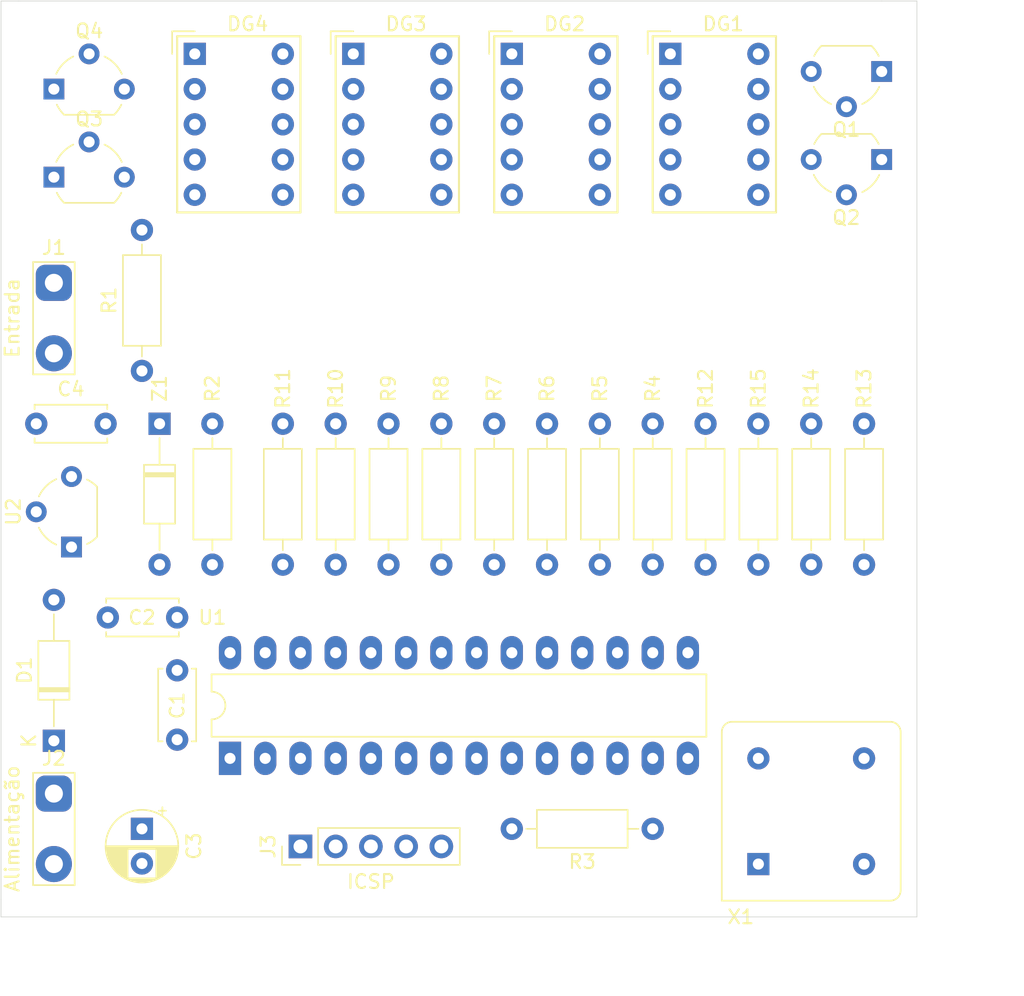
<source format=kicad_pcb>
(kicad_pcb (version 20171130) (host pcbnew 5.1.5-52549c5~84~ubuntu18.04.1)

  (general
    (thickness 1.6)
    (drawings 9)
    (tracks 5)
    (zones 0)
    (modules 35)
    (nets 47)
  )

  (page A4)
  (title_block
    (title "Voltimetro PIC16F873A")
    (date 2019-10-20)
    (rev 1)
  )

  (layers
    (0 F.Cu signal)
    (31 B.Cu signal)
    (33 F.Adhes user)
    (35 F.Paste user)
    (37 F.SilkS user)
    (39 F.Mask user)
    (40 Dwgs.User user)
    (41 Cmts.User user)
    (42 Eco1.User user)
    (43 Eco2.User user)
    (44 Edge.Cuts user)
    (45 Margin user)
    (46 B.CrtYd user)
    (47 F.CrtYd user)
    (49 F.Fab user hide)
  )

  (setup
    (last_trace_width 0.25)
    (user_trace_width 0.5)
    (user_trace_width 1)
    (user_trace_width 1.5)
    (user_trace_width 2)
    (trace_clearance 0.4)
    (zone_clearance 0.508)
    (zone_45_only no)
    (trace_min 0.2)
    (via_size 0.8)
    (via_drill 0.4)
    (via_min_size 0.4)
    (via_min_drill 0.3)
    (user_via 0.5 0.3)
    (user_via 1 0.5)
    (user_via 1.5 1)
    (uvia_size 0.3)
    (uvia_drill 0.1)
    (uvias_allowed no)
    (uvia_min_size 0.2)
    (uvia_min_drill 0.1)
    (edge_width 0.05)
    (segment_width 0.2)
    (pcb_text_width 0.3)
    (pcb_text_size 1.5 1.5)
    (mod_edge_width 0.12)
    (mod_text_size 1 1)
    (mod_text_width 0.15)
    (pad_size 1.524 1.524)
    (pad_drill 0.762)
    (pad_to_mask_clearance 0.051)
    (solder_mask_min_width 0.25)
    (aux_axis_origin 0 0)
    (visible_elements FFFFFF7F)
    (pcbplotparams
      (layerselection 0x010fc_ffffffff)
      (usegerberextensions false)
      (usegerberattributes false)
      (usegerberadvancedattributes false)
      (creategerberjobfile false)
      (excludeedgelayer true)
      (linewidth 0.100000)
      (plotframeref false)
      (viasonmask false)
      (mode 1)
      (useauxorigin false)
      (hpglpennumber 1)
      (hpglpenspeed 20)
      (hpglpendiameter 15.000000)
      (psnegative false)
      (psa4output false)
      (plotreference true)
      (plotvalue true)
      (plotinvisibletext false)
      (padsonsilk false)
      (subtractmaskfromsilk false)
      (outputformat 1)
      (mirror false)
      (drillshape 1)
      (scaleselection 1)
      (outputdirectory ""))
  )

  (net 0 "")
  (net 1 GND)
  (net 2 +5V)
  (net 3 "Net-(J3-Pad1)")
  (net 4 "Net-(J3-Pad4)")
  (net 5 "Net-(J3-Pad5)")
  (net 6 "Net-(Q1-Pad2)")
  (net 7 "Net-(Q2-Pad2)")
  (net 8 "Net-(Q3-Pad2)")
  (net 9 "Net-(Q4-Pad2)")
  (net 10 "Net-(R4-Pad2)")
  (net 11 "Net-(R5-Pad2)")
  (net 12 "Net-(R6-Pad2)")
  (net 13 "Net-(R7-Pad2)")
  (net 14 "Net-(R8-Pad2)")
  (net 15 "Net-(R9-Pad2)")
  (net 16 "Net-(R12-Pad2)")
  (net 17 "Net-(R13-Pad2)")
  (net 18 "Net-(R14-Pad2)")
  (net 19 "Net-(R15-Pad2)")
  (net 20 "Net-(U1-Pad15)")
  (net 21 "Net-(U1-Pad16)")
  (net 22 "Net-(U1-Pad3)")
  (net 23 "Net-(U1-Pad17)")
  (net 24 "Net-(U1-Pad4)")
  (net 25 "Net-(U1-Pad18)")
  (net 26 "Net-(U1-Pad5)")
  (net 27 "Net-(U1-Pad6)")
  (net 28 "Net-(U1-Pad7)")
  (net 29 "Net-(U1-Pad9)")
  (net 30 "Net-(U1-Pad10)")
  (net 31 "Net-(X1-Pad1)")
  (net 32 "Net-(C2-Pad1)")
  (net 33 "Net-(DG1-Pad10)")
  (net 34 "Net-(DG1-Pad9)")
  (net 35 "Net-(DG1-Pad3)")
  (net 36 "Net-(DG1-Pad7)")
  (net 37 "Net-(DG1-Pad6)")
  (net 38 "Net-(DG1-Pad5)")
  (net 39 "Net-(DG1-Pad4)")
  (net 40 "Net-(DG1-Pad2)")
  (net 41 "Net-(DG1-Pad1)")
  (net 42 "Net-(DG2-Pad3)")
  (net 43 "Net-(DG3-Pad3)")
  (net 44 "Net-(DG4-Pad3)")
  (net 45 "Net-(C4-Pad1)")
  (net 46 "Net-(D1-Pad2)")

  (net_class Default "This is the default net class."
    (clearance 0.4)
    (trace_width 0.25)
    (via_dia 0.8)
    (via_drill 0.4)
    (uvia_dia 0.3)
    (uvia_drill 0.1)
    (add_net +5V)
    (add_net GND)
    (add_net "Net-(C2-Pad1)")
    (add_net "Net-(C4-Pad1)")
    (add_net "Net-(D1-Pad2)")
    (add_net "Net-(DG1-Pad1)")
    (add_net "Net-(DG1-Pad10)")
    (add_net "Net-(DG1-Pad2)")
    (add_net "Net-(DG1-Pad3)")
    (add_net "Net-(DG1-Pad4)")
    (add_net "Net-(DG1-Pad5)")
    (add_net "Net-(DG1-Pad6)")
    (add_net "Net-(DG1-Pad7)")
    (add_net "Net-(DG1-Pad9)")
    (add_net "Net-(DG2-Pad3)")
    (add_net "Net-(DG3-Pad3)")
    (add_net "Net-(DG4-Pad3)")
    (add_net "Net-(J3-Pad1)")
    (add_net "Net-(J3-Pad4)")
    (add_net "Net-(J3-Pad5)")
    (add_net "Net-(Q1-Pad2)")
    (add_net "Net-(Q2-Pad2)")
    (add_net "Net-(Q3-Pad2)")
    (add_net "Net-(Q4-Pad2)")
    (add_net "Net-(R12-Pad2)")
    (add_net "Net-(R13-Pad2)")
    (add_net "Net-(R14-Pad2)")
    (add_net "Net-(R15-Pad2)")
    (add_net "Net-(R4-Pad2)")
    (add_net "Net-(R5-Pad2)")
    (add_net "Net-(R6-Pad2)")
    (add_net "Net-(R7-Pad2)")
    (add_net "Net-(R8-Pad2)")
    (add_net "Net-(R9-Pad2)")
    (add_net "Net-(U1-Pad10)")
    (add_net "Net-(U1-Pad15)")
    (add_net "Net-(U1-Pad16)")
    (add_net "Net-(U1-Pad17)")
    (add_net "Net-(U1-Pad18)")
    (add_net "Net-(U1-Pad3)")
    (add_net "Net-(U1-Pad4)")
    (add_net "Net-(U1-Pad5)")
    (add_net "Net-(U1-Pad6)")
    (add_net "Net-(U1-Pad7)")
    (add_net "Net-(U1-Pad9)")
    (add_net "Net-(X1-Pad1)")
  )

  (module Capacitor_THT:CP_Radial_D5.0mm_P2.50mm (layer F.Cu) (tedit 5AE50EF0) (tstamp 5E40FCBE)
    (at 134.62 119.38 270)
    (descr "CP, Radial series, Radial, pin pitch=2.50mm, , diameter=5mm, Electrolytic Capacitor")
    (tags "CP Radial series Radial pin pitch 2.50mm  diameter 5mm Electrolytic Capacitor")
    (path /5E4DFA1E)
    (fp_text reference C3 (at 1.25 -3.75 90) (layer F.SilkS)
      (effects (font (size 1 1) (thickness 0.15)))
    )
    (fp_text value 10uF (at 1.25 3.75 90) (layer F.Fab)
      (effects (font (size 1 1) (thickness 0.15)))
    )
    (fp_text user %R (at 1.25 0 90) (layer F.Fab)
      (effects (font (size 1 1) (thickness 0.15)))
    )
    (fp_line (start -1.304775 -1.725) (end -1.304775 -1.225) (layer F.SilkS) (width 0.12))
    (fp_line (start -1.554775 -1.475) (end -1.054775 -1.475) (layer F.SilkS) (width 0.12))
    (fp_line (start 3.851 -0.284) (end 3.851 0.284) (layer F.SilkS) (width 0.12))
    (fp_line (start 3.811 -0.518) (end 3.811 0.518) (layer F.SilkS) (width 0.12))
    (fp_line (start 3.771 -0.677) (end 3.771 0.677) (layer F.SilkS) (width 0.12))
    (fp_line (start 3.731 -0.805) (end 3.731 0.805) (layer F.SilkS) (width 0.12))
    (fp_line (start 3.691 -0.915) (end 3.691 0.915) (layer F.SilkS) (width 0.12))
    (fp_line (start 3.651 -1.011) (end 3.651 1.011) (layer F.SilkS) (width 0.12))
    (fp_line (start 3.611 -1.098) (end 3.611 1.098) (layer F.SilkS) (width 0.12))
    (fp_line (start 3.571 -1.178) (end 3.571 1.178) (layer F.SilkS) (width 0.12))
    (fp_line (start 3.531 1.04) (end 3.531 1.251) (layer F.SilkS) (width 0.12))
    (fp_line (start 3.531 -1.251) (end 3.531 -1.04) (layer F.SilkS) (width 0.12))
    (fp_line (start 3.491 1.04) (end 3.491 1.319) (layer F.SilkS) (width 0.12))
    (fp_line (start 3.491 -1.319) (end 3.491 -1.04) (layer F.SilkS) (width 0.12))
    (fp_line (start 3.451 1.04) (end 3.451 1.383) (layer F.SilkS) (width 0.12))
    (fp_line (start 3.451 -1.383) (end 3.451 -1.04) (layer F.SilkS) (width 0.12))
    (fp_line (start 3.411 1.04) (end 3.411 1.443) (layer F.SilkS) (width 0.12))
    (fp_line (start 3.411 -1.443) (end 3.411 -1.04) (layer F.SilkS) (width 0.12))
    (fp_line (start 3.371 1.04) (end 3.371 1.5) (layer F.SilkS) (width 0.12))
    (fp_line (start 3.371 -1.5) (end 3.371 -1.04) (layer F.SilkS) (width 0.12))
    (fp_line (start 3.331 1.04) (end 3.331 1.554) (layer F.SilkS) (width 0.12))
    (fp_line (start 3.331 -1.554) (end 3.331 -1.04) (layer F.SilkS) (width 0.12))
    (fp_line (start 3.291 1.04) (end 3.291 1.605) (layer F.SilkS) (width 0.12))
    (fp_line (start 3.291 -1.605) (end 3.291 -1.04) (layer F.SilkS) (width 0.12))
    (fp_line (start 3.251 1.04) (end 3.251 1.653) (layer F.SilkS) (width 0.12))
    (fp_line (start 3.251 -1.653) (end 3.251 -1.04) (layer F.SilkS) (width 0.12))
    (fp_line (start 3.211 1.04) (end 3.211 1.699) (layer F.SilkS) (width 0.12))
    (fp_line (start 3.211 -1.699) (end 3.211 -1.04) (layer F.SilkS) (width 0.12))
    (fp_line (start 3.171 1.04) (end 3.171 1.743) (layer F.SilkS) (width 0.12))
    (fp_line (start 3.171 -1.743) (end 3.171 -1.04) (layer F.SilkS) (width 0.12))
    (fp_line (start 3.131 1.04) (end 3.131 1.785) (layer F.SilkS) (width 0.12))
    (fp_line (start 3.131 -1.785) (end 3.131 -1.04) (layer F.SilkS) (width 0.12))
    (fp_line (start 3.091 1.04) (end 3.091 1.826) (layer F.SilkS) (width 0.12))
    (fp_line (start 3.091 -1.826) (end 3.091 -1.04) (layer F.SilkS) (width 0.12))
    (fp_line (start 3.051 1.04) (end 3.051 1.864) (layer F.SilkS) (width 0.12))
    (fp_line (start 3.051 -1.864) (end 3.051 -1.04) (layer F.SilkS) (width 0.12))
    (fp_line (start 3.011 1.04) (end 3.011 1.901) (layer F.SilkS) (width 0.12))
    (fp_line (start 3.011 -1.901) (end 3.011 -1.04) (layer F.SilkS) (width 0.12))
    (fp_line (start 2.971 1.04) (end 2.971 1.937) (layer F.SilkS) (width 0.12))
    (fp_line (start 2.971 -1.937) (end 2.971 -1.04) (layer F.SilkS) (width 0.12))
    (fp_line (start 2.931 1.04) (end 2.931 1.971) (layer F.SilkS) (width 0.12))
    (fp_line (start 2.931 -1.971) (end 2.931 -1.04) (layer F.SilkS) (width 0.12))
    (fp_line (start 2.891 1.04) (end 2.891 2.004) (layer F.SilkS) (width 0.12))
    (fp_line (start 2.891 -2.004) (end 2.891 -1.04) (layer F.SilkS) (width 0.12))
    (fp_line (start 2.851 1.04) (end 2.851 2.035) (layer F.SilkS) (width 0.12))
    (fp_line (start 2.851 -2.035) (end 2.851 -1.04) (layer F.SilkS) (width 0.12))
    (fp_line (start 2.811 1.04) (end 2.811 2.065) (layer F.SilkS) (width 0.12))
    (fp_line (start 2.811 -2.065) (end 2.811 -1.04) (layer F.SilkS) (width 0.12))
    (fp_line (start 2.771 1.04) (end 2.771 2.095) (layer F.SilkS) (width 0.12))
    (fp_line (start 2.771 -2.095) (end 2.771 -1.04) (layer F.SilkS) (width 0.12))
    (fp_line (start 2.731 1.04) (end 2.731 2.122) (layer F.SilkS) (width 0.12))
    (fp_line (start 2.731 -2.122) (end 2.731 -1.04) (layer F.SilkS) (width 0.12))
    (fp_line (start 2.691 1.04) (end 2.691 2.149) (layer F.SilkS) (width 0.12))
    (fp_line (start 2.691 -2.149) (end 2.691 -1.04) (layer F.SilkS) (width 0.12))
    (fp_line (start 2.651 1.04) (end 2.651 2.175) (layer F.SilkS) (width 0.12))
    (fp_line (start 2.651 -2.175) (end 2.651 -1.04) (layer F.SilkS) (width 0.12))
    (fp_line (start 2.611 1.04) (end 2.611 2.2) (layer F.SilkS) (width 0.12))
    (fp_line (start 2.611 -2.2) (end 2.611 -1.04) (layer F.SilkS) (width 0.12))
    (fp_line (start 2.571 1.04) (end 2.571 2.224) (layer F.SilkS) (width 0.12))
    (fp_line (start 2.571 -2.224) (end 2.571 -1.04) (layer F.SilkS) (width 0.12))
    (fp_line (start 2.531 1.04) (end 2.531 2.247) (layer F.SilkS) (width 0.12))
    (fp_line (start 2.531 -2.247) (end 2.531 -1.04) (layer F.SilkS) (width 0.12))
    (fp_line (start 2.491 1.04) (end 2.491 2.268) (layer F.SilkS) (width 0.12))
    (fp_line (start 2.491 -2.268) (end 2.491 -1.04) (layer F.SilkS) (width 0.12))
    (fp_line (start 2.451 1.04) (end 2.451 2.29) (layer F.SilkS) (width 0.12))
    (fp_line (start 2.451 -2.29) (end 2.451 -1.04) (layer F.SilkS) (width 0.12))
    (fp_line (start 2.411 1.04) (end 2.411 2.31) (layer F.SilkS) (width 0.12))
    (fp_line (start 2.411 -2.31) (end 2.411 -1.04) (layer F.SilkS) (width 0.12))
    (fp_line (start 2.371 1.04) (end 2.371 2.329) (layer F.SilkS) (width 0.12))
    (fp_line (start 2.371 -2.329) (end 2.371 -1.04) (layer F.SilkS) (width 0.12))
    (fp_line (start 2.331 1.04) (end 2.331 2.348) (layer F.SilkS) (width 0.12))
    (fp_line (start 2.331 -2.348) (end 2.331 -1.04) (layer F.SilkS) (width 0.12))
    (fp_line (start 2.291 1.04) (end 2.291 2.365) (layer F.SilkS) (width 0.12))
    (fp_line (start 2.291 -2.365) (end 2.291 -1.04) (layer F.SilkS) (width 0.12))
    (fp_line (start 2.251 1.04) (end 2.251 2.382) (layer F.SilkS) (width 0.12))
    (fp_line (start 2.251 -2.382) (end 2.251 -1.04) (layer F.SilkS) (width 0.12))
    (fp_line (start 2.211 1.04) (end 2.211 2.398) (layer F.SilkS) (width 0.12))
    (fp_line (start 2.211 -2.398) (end 2.211 -1.04) (layer F.SilkS) (width 0.12))
    (fp_line (start 2.171 1.04) (end 2.171 2.414) (layer F.SilkS) (width 0.12))
    (fp_line (start 2.171 -2.414) (end 2.171 -1.04) (layer F.SilkS) (width 0.12))
    (fp_line (start 2.131 1.04) (end 2.131 2.428) (layer F.SilkS) (width 0.12))
    (fp_line (start 2.131 -2.428) (end 2.131 -1.04) (layer F.SilkS) (width 0.12))
    (fp_line (start 2.091 1.04) (end 2.091 2.442) (layer F.SilkS) (width 0.12))
    (fp_line (start 2.091 -2.442) (end 2.091 -1.04) (layer F.SilkS) (width 0.12))
    (fp_line (start 2.051 1.04) (end 2.051 2.455) (layer F.SilkS) (width 0.12))
    (fp_line (start 2.051 -2.455) (end 2.051 -1.04) (layer F.SilkS) (width 0.12))
    (fp_line (start 2.011 1.04) (end 2.011 2.468) (layer F.SilkS) (width 0.12))
    (fp_line (start 2.011 -2.468) (end 2.011 -1.04) (layer F.SilkS) (width 0.12))
    (fp_line (start 1.971 1.04) (end 1.971 2.48) (layer F.SilkS) (width 0.12))
    (fp_line (start 1.971 -2.48) (end 1.971 -1.04) (layer F.SilkS) (width 0.12))
    (fp_line (start 1.93 1.04) (end 1.93 2.491) (layer F.SilkS) (width 0.12))
    (fp_line (start 1.93 -2.491) (end 1.93 -1.04) (layer F.SilkS) (width 0.12))
    (fp_line (start 1.89 1.04) (end 1.89 2.501) (layer F.SilkS) (width 0.12))
    (fp_line (start 1.89 -2.501) (end 1.89 -1.04) (layer F.SilkS) (width 0.12))
    (fp_line (start 1.85 1.04) (end 1.85 2.511) (layer F.SilkS) (width 0.12))
    (fp_line (start 1.85 -2.511) (end 1.85 -1.04) (layer F.SilkS) (width 0.12))
    (fp_line (start 1.81 1.04) (end 1.81 2.52) (layer F.SilkS) (width 0.12))
    (fp_line (start 1.81 -2.52) (end 1.81 -1.04) (layer F.SilkS) (width 0.12))
    (fp_line (start 1.77 1.04) (end 1.77 2.528) (layer F.SilkS) (width 0.12))
    (fp_line (start 1.77 -2.528) (end 1.77 -1.04) (layer F.SilkS) (width 0.12))
    (fp_line (start 1.73 1.04) (end 1.73 2.536) (layer F.SilkS) (width 0.12))
    (fp_line (start 1.73 -2.536) (end 1.73 -1.04) (layer F.SilkS) (width 0.12))
    (fp_line (start 1.69 1.04) (end 1.69 2.543) (layer F.SilkS) (width 0.12))
    (fp_line (start 1.69 -2.543) (end 1.69 -1.04) (layer F.SilkS) (width 0.12))
    (fp_line (start 1.65 1.04) (end 1.65 2.55) (layer F.SilkS) (width 0.12))
    (fp_line (start 1.65 -2.55) (end 1.65 -1.04) (layer F.SilkS) (width 0.12))
    (fp_line (start 1.61 1.04) (end 1.61 2.556) (layer F.SilkS) (width 0.12))
    (fp_line (start 1.61 -2.556) (end 1.61 -1.04) (layer F.SilkS) (width 0.12))
    (fp_line (start 1.57 1.04) (end 1.57 2.561) (layer F.SilkS) (width 0.12))
    (fp_line (start 1.57 -2.561) (end 1.57 -1.04) (layer F.SilkS) (width 0.12))
    (fp_line (start 1.53 1.04) (end 1.53 2.565) (layer F.SilkS) (width 0.12))
    (fp_line (start 1.53 -2.565) (end 1.53 -1.04) (layer F.SilkS) (width 0.12))
    (fp_line (start 1.49 1.04) (end 1.49 2.569) (layer F.SilkS) (width 0.12))
    (fp_line (start 1.49 -2.569) (end 1.49 -1.04) (layer F.SilkS) (width 0.12))
    (fp_line (start 1.45 -2.573) (end 1.45 2.573) (layer F.SilkS) (width 0.12))
    (fp_line (start 1.41 -2.576) (end 1.41 2.576) (layer F.SilkS) (width 0.12))
    (fp_line (start 1.37 -2.578) (end 1.37 2.578) (layer F.SilkS) (width 0.12))
    (fp_line (start 1.33 -2.579) (end 1.33 2.579) (layer F.SilkS) (width 0.12))
    (fp_line (start 1.29 -2.58) (end 1.29 2.58) (layer F.SilkS) (width 0.12))
    (fp_line (start 1.25 -2.58) (end 1.25 2.58) (layer F.SilkS) (width 0.12))
    (fp_line (start -0.633605 -1.3375) (end -0.633605 -0.8375) (layer F.Fab) (width 0.1))
    (fp_line (start -0.883605 -1.0875) (end -0.383605 -1.0875) (layer F.Fab) (width 0.1))
    (fp_circle (center 1.25 0) (end 4 0) (layer F.CrtYd) (width 0.05))
    (fp_circle (center 1.25 0) (end 3.87 0) (layer F.SilkS) (width 0.12))
    (fp_circle (center 1.25 0) (end 3.75 0) (layer F.Fab) (width 0.1))
    (pad 2 thru_hole circle (at 2.5 0 270) (size 1.6 1.6) (drill 0.8) (layers *.Cu *.Mask)
      (net 1 GND))
    (pad 1 thru_hole rect (at 0 0 270) (size 1.6 1.6) (drill 0.8) (layers *.Cu *.Mask)
      (net 2 +5V))
    (model ${KISYS3DMOD}/Capacitor_THT.3dshapes/CP_Radial_D5.0mm_P2.50mm.wrl
      (at (xyz 0 0 0))
      (scale (xyz 1 1 1))
      (rotate (xyz 0 0 0))
    )
  )

  (module Package_TO_SOT_THT:TO-92_Wide (layer F.Cu) (tedit 5A2795B7) (tstamp 5E40FD04)
    (at 129.54 99.06 90)
    (descr "TO-92 leads molded, wide, drill 0.75mm (see NXP sot054_po.pdf)")
    (tags "to-92 sc-43 sc-43a sot54 PA33 transistor")
    (path /5E47C8BA)
    (fp_text reference U2 (at 2.55 -4.19 90) (layer F.SilkS)
      (effects (font (size 1 1) (thickness 0.15)))
    )
    (fp_text value 78L05 (at 2.54 2.79 90) (layer F.Fab)
      (effects (font (size 1 1) (thickness 0.15)))
    )
    (fp_arc (start 2.54 0) (end 4.34 1.85) (angle -20) (layer F.SilkS) (width 0.12))
    (fp_arc (start 2.54 0) (end 2.54 -2.48) (angle -135) (layer F.Fab) (width 0.1))
    (fp_arc (start 2.54 0) (end 2.54 -2.48) (angle 135) (layer F.Fab) (width 0.1))
    (fp_arc (start 2.54 0) (end 3.65 -2.35) (angle 39.71668247) (layer F.SilkS) (width 0.12))
    (fp_arc (start 2.54 0) (end 1.4 -2.35) (angle -39.12170074) (layer F.SilkS) (width 0.12))
    (fp_arc (start 2.54 0) (end 0.74 1.85) (angle 20) (layer F.SilkS) (width 0.12))
    (fp_line (start 6.09 2.01) (end -1.01 2.01) (layer F.CrtYd) (width 0.05))
    (fp_line (start 6.09 2.01) (end 6.09 -3.55) (layer F.CrtYd) (width 0.05))
    (fp_line (start -1.01 -3.55) (end -1.01 2.01) (layer F.CrtYd) (width 0.05))
    (fp_line (start -1.01 -3.55) (end 6.09 -3.55) (layer F.CrtYd) (width 0.05))
    (fp_line (start 0.8 1.75) (end 4.3 1.75) (layer F.Fab) (width 0.1))
    (fp_line (start 0.74 1.85) (end 4.34 1.85) (layer F.SilkS) (width 0.12))
    (fp_text user %R (at 2.54 0 90) (layer F.Fab)
      (effects (font (size 1 1) (thickness 0.15)))
    )
    (pad 1 thru_hole rect (at 0 0 180) (size 1.5 1.5) (drill 0.8) (layers *.Cu *.Mask)
      (net 46 "Net-(D1-Pad2)"))
    (pad 3 thru_hole circle (at 5.08 0 180) (size 1.5 1.5) (drill 0.8) (layers *.Cu *.Mask)
      (net 45 "Net-(C4-Pad1)"))
    (pad 2 thru_hole circle (at 2.54 -2.54 180) (size 1.5 1.5) (drill 0.8) (layers *.Cu *.Mask)
      (net 1 GND))
    (model ${KISYS3DMOD}/Package_TO_SOT_THT.3dshapes/TO-92_Wide.wrl
      (at (xyz 0 0 0))
      (scale (xyz 1 1 1))
      (rotate (xyz 0 0 0))
    )
  )

  (module voltimetro:7Seg (layer F.Cu) (tedit 5DB4EC1D) (tstamp 5DAD2BD7)
    (at 161.29 63.5)
    (descr "One digit 7 segment red")
    (tags "One digit 7 segment red")
    (path /5DAB8C10)
    (fp_text reference DG2 (at 3.81 -2.159) (layer F.SilkS)
      (effects (font (size 1 1) (thickness 0.15)))
    )
    (fp_text value "Digito 2" (at 2.54 12.7) (layer F.Fab)
      (effects (font (size 1 1) (thickness 0.15)))
    )
    (fp_line (start -1.63 -1.63) (end 0 -1.63) (layer F.SilkS) (width 0.12))
    (fp_line (start -1.63 0) (end -1.63 -1.63) (layer F.SilkS) (width 0.12))
    (fp_text user %R (at 2.573 5.08) (layer F.Fab)
      (effects (font (size 1 1) (thickness 0.15)))
    )
    (fp_line (start 7.62 -1.27) (end -1.27 -1.27) (layer F.SilkS) (width 0.15))
    (fp_line (start -1.27 -1.27) (end -1.27 11.43) (layer F.SilkS) (width 0.15))
    (fp_line (start -1.27 11.43) (end 7.62 11.43) (layer F.SilkS) (width 0.15))
    (fp_line (start 7.62 11.43) (end 7.62 -1.27) (layer F.SilkS) (width 0.15))
    (fp_line (start 7.47 -1.1) (end 7.47 11.3) (layer F.Fab) (width 0.1))
    (fp_line (start 7.47 11.3) (end -1.1 11.3) (layer F.Fab) (width 0.1))
    (fp_line (start -1.1 11.3) (end -1.1 -0.1) (layer F.Fab) (width 0.1))
    (fp_line (start -1.1 -0.1) (end -0.1 -1.1) (layer F.Fab) (width 0.1))
    (fp_line (start -0.1 -1.1) (end 7.47 -1.1) (layer F.Fab) (width 0.1))
    (fp_line (start 7.87 -1.5) (end 7.87 11.7) (layer F.CrtYd) (width 0.05))
    (fp_line (start 7.87 11.7) (end -1.5 11.7) (layer F.CrtYd) (width 0.05))
    (fp_line (start -1.5 11.7) (end -1.5 -1.5) (layer F.CrtYd) (width 0.05))
    (fp_line (start -1.5 -1.5) (end 7.87 -1.5) (layer F.CrtYd) (width 0.05))
    (pad 10 thru_hole circle (at 6.35 0) (size 1.6 1.6) (drill 0.8) (layers *.Cu *.Mask)
      (net 33 "Net-(DG1-Pad10)"))
    (pad 9 thru_hole circle (at 6.35 2.54) (size 1.6 1.6) (drill 0.8) (layers *.Cu *.Mask)
      (net 34 "Net-(DG1-Pad9)"))
    (pad 8 thru_hole circle (at 6.35 5.08) (size 1.6 1.6) (drill 0.8) (layers *.Cu *.Mask)
      (net 42 "Net-(DG2-Pad3)"))
    (pad 7 thru_hole circle (at 6.35 7.62) (size 1.6 1.6) (drill 0.8) (layers *.Cu *.Mask)
      (net 36 "Net-(DG1-Pad7)"))
    (pad 6 thru_hole circle (at 6.35 10.16) (size 1.6 1.6) (drill 0.8) (layers *.Cu *.Mask)
      (net 37 "Net-(DG1-Pad6)"))
    (pad 5 thru_hole circle (at 0 10.16) (size 1.6 1.6) (drill 0.8) (layers *.Cu *.Mask)
      (net 38 "Net-(DG1-Pad5)"))
    (pad 4 thru_hole circle (at 0 7.62) (size 1.6 1.6) (drill 0.8) (layers *.Cu *.Mask)
      (net 39 "Net-(DG1-Pad4)"))
    (pad 3 thru_hole circle (at 0 5.08) (size 1.6 1.6) (drill 0.8) (layers *.Cu *.Mask)
      (net 42 "Net-(DG2-Pad3)"))
    (pad 2 thru_hole circle (at 0 2.54) (size 1.6 1.6) (drill 0.8) (layers *.Cu *.Mask)
      (net 40 "Net-(DG1-Pad2)"))
    (pad 1 thru_hole rect (at 0 0) (size 1.6 1.6) (drill 0.8) (layers *.Cu *.Mask)
      (net 41 "Net-(DG1-Pad1)"))
    (model ${KISYS3DMOD}/Display_7Segment.3dshapes/HDSP-7401.wrl
      (at (xyz 0 0 0))
      (scale (xyz 1 1 1))
      (rotate (xyz 0 0 0))
    )
  )

  (module Package_TO_SOT_THT:TO-92_Wide (layer F.Cu) (tedit 5A2795B7) (tstamp 5DAD29E2)
    (at 128.27 72.39)
    (descr "TO-92 leads molded, wide, drill 0.75mm (see NXP sot054_po.pdf)")
    (tags "to-92 sc-43 sc-43a sot54 PA33 transistor")
    (path /5DB1197E)
    (fp_text reference Q3 (at 2.55 -4.19) (layer F.SilkS)
      (effects (font (size 1 1) (thickness 0.15)))
    )
    (fp_text value 2N2222A (at 2.54 2.79) (layer F.Fab)
      (effects (font (size 1 1) (thickness 0.15)))
    )
    (fp_arc (start 2.54 0) (end 4.34 1.85) (angle -20) (layer F.SilkS) (width 0.12))
    (fp_arc (start 2.54 0) (end 2.54 -2.48) (angle -135) (layer F.Fab) (width 0.1))
    (fp_arc (start 2.54 0) (end 2.54 -2.48) (angle 135) (layer F.Fab) (width 0.1))
    (fp_arc (start 2.54 0) (end 3.65 -2.35) (angle 39.71668247) (layer F.SilkS) (width 0.12))
    (fp_arc (start 2.54 0) (end 1.4 -2.35) (angle -39.12170074) (layer F.SilkS) (width 0.12))
    (fp_arc (start 2.54 0) (end 0.74 1.85) (angle 20) (layer F.SilkS) (width 0.12))
    (fp_line (start 6.09 2.01) (end -1.01 2.01) (layer F.CrtYd) (width 0.05))
    (fp_line (start 6.09 2.01) (end 6.09 -3.55) (layer F.CrtYd) (width 0.05))
    (fp_line (start -1.01 -3.55) (end -1.01 2.01) (layer F.CrtYd) (width 0.05))
    (fp_line (start -1.01 -3.55) (end 6.09 -3.55) (layer F.CrtYd) (width 0.05))
    (fp_line (start 0.8 1.75) (end 4.3 1.75) (layer F.Fab) (width 0.1))
    (fp_line (start 0.74 1.85) (end 4.34 1.85) (layer F.SilkS) (width 0.12))
    (fp_text user %R (at 2.54 0) (layer F.Fab)
      (effects (font (size 1 1) (thickness 0.15)))
    )
    (pad 1 thru_hole rect (at 0 0 90) (size 1.5 1.5) (drill 0.8) (layers *.Cu *.Mask)
      (net 1 GND))
    (pad 3 thru_hole circle (at 5.08 0 90) (size 1.5 1.5) (drill 0.8) (layers *.Cu *.Mask)
      (net 43 "Net-(DG3-Pad3)"))
    (pad 2 thru_hole circle (at 2.54 -2.54 90) (size 1.5 1.5) (drill 0.8) (layers *.Cu *.Mask)
      (net 8 "Net-(Q3-Pad2)"))
    (model ${KISYS3DMOD}/Package_TO_SOT_THT.3dshapes/TO-92_Wide.wrl
      (at (xyz 0 0 0))
      (scale (xyz 1 1 1))
      (rotate (xyz 0 0 0))
    )
  )

  (module voltimetro:7Seg (layer F.Cu) (tedit 5DB4EC1D) (tstamp 5DAD2BB9)
    (at 149.86 63.5)
    (descr "One digit 7 segment red")
    (tags "One digit 7 segment red")
    (path /5D8F44F5)
    (fp_text reference DG3 (at 3.81 -2.159) (layer F.SilkS)
      (effects (font (size 1 1) (thickness 0.15)))
    )
    (fp_text value "Digito 3" (at 2.54 12.7) (layer F.Fab)
      (effects (font (size 1 1) (thickness 0.15)))
    )
    (fp_line (start -1.63 -1.63) (end 0 -1.63) (layer F.SilkS) (width 0.12))
    (fp_line (start -1.63 0) (end -1.63 -1.63) (layer F.SilkS) (width 0.12))
    (fp_text user %R (at 2.573 5.08) (layer F.Fab)
      (effects (font (size 1 1) (thickness 0.15)))
    )
    (fp_line (start 7.62 -1.27) (end -1.27 -1.27) (layer F.SilkS) (width 0.15))
    (fp_line (start -1.27 -1.27) (end -1.27 11.43) (layer F.SilkS) (width 0.15))
    (fp_line (start -1.27 11.43) (end 7.62 11.43) (layer F.SilkS) (width 0.15))
    (fp_line (start 7.62 11.43) (end 7.62 -1.27) (layer F.SilkS) (width 0.15))
    (fp_line (start 7.47 -1.1) (end 7.47 11.3) (layer F.Fab) (width 0.1))
    (fp_line (start 7.47 11.3) (end -1.1 11.3) (layer F.Fab) (width 0.1))
    (fp_line (start -1.1 11.3) (end -1.1 -0.1) (layer F.Fab) (width 0.1))
    (fp_line (start -1.1 -0.1) (end -0.1 -1.1) (layer F.Fab) (width 0.1))
    (fp_line (start -0.1 -1.1) (end 7.47 -1.1) (layer F.Fab) (width 0.1))
    (fp_line (start 7.87 -1.5) (end 7.87 11.7) (layer F.CrtYd) (width 0.05))
    (fp_line (start 7.87 11.7) (end -1.5 11.7) (layer F.CrtYd) (width 0.05))
    (fp_line (start -1.5 11.7) (end -1.5 -1.5) (layer F.CrtYd) (width 0.05))
    (fp_line (start -1.5 -1.5) (end 7.87 -1.5) (layer F.CrtYd) (width 0.05))
    (pad 10 thru_hole circle (at 6.35 0) (size 1.6 1.6) (drill 0.8) (layers *.Cu *.Mask)
      (net 33 "Net-(DG1-Pad10)"))
    (pad 9 thru_hole circle (at 6.35 2.54) (size 1.6 1.6) (drill 0.8) (layers *.Cu *.Mask)
      (net 34 "Net-(DG1-Pad9)"))
    (pad 8 thru_hole circle (at 6.35 5.08) (size 1.6 1.6) (drill 0.8) (layers *.Cu *.Mask)
      (net 43 "Net-(DG3-Pad3)"))
    (pad 7 thru_hole circle (at 6.35 7.62) (size 1.6 1.6) (drill 0.8) (layers *.Cu *.Mask)
      (net 36 "Net-(DG1-Pad7)"))
    (pad 6 thru_hole circle (at 6.35 10.16) (size 1.6 1.6) (drill 0.8) (layers *.Cu *.Mask)
      (net 37 "Net-(DG1-Pad6)"))
    (pad 5 thru_hole circle (at 0 10.16) (size 1.6 1.6) (drill 0.8) (layers *.Cu *.Mask)
      (net 38 "Net-(DG1-Pad5)"))
    (pad 4 thru_hole circle (at 0 7.62) (size 1.6 1.6) (drill 0.8) (layers *.Cu *.Mask)
      (net 39 "Net-(DG1-Pad4)"))
    (pad 3 thru_hole circle (at 0 5.08) (size 1.6 1.6) (drill 0.8) (layers *.Cu *.Mask)
      (net 43 "Net-(DG3-Pad3)"))
    (pad 2 thru_hole circle (at 0 2.54) (size 1.6 1.6) (drill 0.8) (layers *.Cu *.Mask)
      (net 40 "Net-(DG1-Pad2)"))
    (pad 1 thru_hole rect (at 0 0) (size 1.6 1.6) (drill 0.8) (layers *.Cu *.Mask)
      (net 41 "Net-(DG1-Pad1)"))
    (model ${KISYS3DMOD}/Display_7Segment.3dshapes/HDSP-7401.wrl
      (at (xyz 0 0 0))
      (scale (xyz 1 1 1))
      (rotate (xyz 0 0 0))
    )
  )

  (module Package_TO_SOT_THT:TO-92_Wide (layer F.Cu) (tedit 5A2795B7) (tstamp 5DB59B77)
    (at 128.27 66.04)
    (descr "TO-92 leads molded, wide, drill 0.75mm (see NXP sot054_po.pdf)")
    (tags "to-92 sc-43 sc-43a sot54 PA33 transistor")
    (path /5DB10BFC)
    (fp_text reference Q4 (at 2.55 -4.19) (layer F.SilkS)
      (effects (font (size 1 1) (thickness 0.15)))
    )
    (fp_text value 2N2222A (at 2.54 2.79) (layer F.Fab)
      (effects (font (size 1 1) (thickness 0.15)))
    )
    (fp_arc (start 2.54 0) (end 4.34 1.85) (angle -20) (layer F.SilkS) (width 0.12))
    (fp_arc (start 2.54 0) (end 2.54 -2.48) (angle -135) (layer F.Fab) (width 0.1))
    (fp_arc (start 2.54 0) (end 2.54 -2.48) (angle 135) (layer F.Fab) (width 0.1))
    (fp_arc (start 2.54 0) (end 3.65 -2.35) (angle 39.71668247) (layer F.SilkS) (width 0.12))
    (fp_arc (start 2.54 0) (end 1.4 -2.35) (angle -39.12170074) (layer F.SilkS) (width 0.12))
    (fp_arc (start 2.54 0) (end 0.74 1.85) (angle 20) (layer F.SilkS) (width 0.12))
    (fp_line (start 6.09 2.01) (end -1.01 2.01) (layer F.CrtYd) (width 0.05))
    (fp_line (start 6.09 2.01) (end 6.09 -3.55) (layer F.CrtYd) (width 0.05))
    (fp_line (start -1.01 -3.55) (end -1.01 2.01) (layer F.CrtYd) (width 0.05))
    (fp_line (start -1.01 -3.55) (end 6.09 -3.55) (layer F.CrtYd) (width 0.05))
    (fp_line (start 0.8 1.75) (end 4.3 1.75) (layer F.Fab) (width 0.1))
    (fp_line (start 0.74 1.85) (end 4.34 1.85) (layer F.SilkS) (width 0.12))
    (fp_text user %R (at 2.54 0) (layer F.Fab)
      (effects (font (size 1 1) (thickness 0.15)))
    )
    (pad 1 thru_hole rect (at 0 0 90) (size 1.5 1.5) (drill 0.8) (layers *.Cu *.Mask)
      (net 1 GND))
    (pad 3 thru_hole circle (at 5.08 0 90) (size 1.5 1.5) (drill 0.8) (layers *.Cu *.Mask)
      (net 44 "Net-(DG4-Pad3)"))
    (pad 2 thru_hole circle (at 2.54 -2.54 90) (size 1.5 1.5) (drill 0.8) (layers *.Cu *.Mask)
      (net 9 "Net-(Q4-Pad2)"))
    (model ${KISYS3DMOD}/Package_TO_SOT_THT.3dshapes/TO-92_Wide.wrl
      (at (xyz 0 0 0))
      (scale (xyz 1 1 1))
      (rotate (xyz 0 0 0))
    )
  )

  (module Package_TO_SOT_THT:TO-92_Wide (layer F.Cu) (tedit 5A2795B7) (tstamp 5DAD29BE)
    (at 187.96 71.12 180)
    (descr "TO-92 leads molded, wide, drill 0.75mm (see NXP sot054_po.pdf)")
    (tags "to-92 sc-43 sc-43a sot54 PA33 transistor")
    (path /5DB12495)
    (fp_text reference Q2 (at 2.55 -4.19) (layer F.SilkS)
      (effects (font (size 1 1) (thickness 0.15)))
    )
    (fp_text value 2N2222A (at 2.54 2.79) (layer F.Fab)
      (effects (font (size 1 1) (thickness 0.15)))
    )
    (fp_arc (start 2.54 0) (end 4.34 1.85) (angle -20) (layer F.SilkS) (width 0.12))
    (fp_arc (start 2.54 0) (end 2.54 -2.48) (angle -135) (layer F.Fab) (width 0.1))
    (fp_arc (start 2.54 0) (end 2.54 -2.48) (angle 135) (layer F.Fab) (width 0.1))
    (fp_arc (start 2.54 0) (end 3.65 -2.35) (angle 39.71668247) (layer F.SilkS) (width 0.12))
    (fp_arc (start 2.54 0) (end 1.4 -2.35) (angle -39.12170074) (layer F.SilkS) (width 0.12))
    (fp_arc (start 2.54 0) (end 0.74 1.85) (angle 20) (layer F.SilkS) (width 0.12))
    (fp_line (start 6.09 2.01) (end -1.01 2.01) (layer F.CrtYd) (width 0.05))
    (fp_line (start 6.09 2.01) (end 6.09 -3.55) (layer F.CrtYd) (width 0.05))
    (fp_line (start -1.01 -3.55) (end -1.01 2.01) (layer F.CrtYd) (width 0.05))
    (fp_line (start -1.01 -3.55) (end 6.09 -3.55) (layer F.CrtYd) (width 0.05))
    (fp_line (start 0.8 1.75) (end 4.3 1.75) (layer F.Fab) (width 0.1))
    (fp_line (start 0.74 1.85) (end 4.34 1.85) (layer F.SilkS) (width 0.12))
    (fp_text user %R (at 2.54 0) (layer F.Fab)
      (effects (font (size 1 1) (thickness 0.15)))
    )
    (pad 1 thru_hole rect (at 0 0 270) (size 1.5 1.5) (drill 0.8) (layers *.Cu *.Mask)
      (net 1 GND))
    (pad 3 thru_hole circle (at 5.08 0 270) (size 1.5 1.5) (drill 0.8) (layers *.Cu *.Mask)
      (net 42 "Net-(DG2-Pad3)"))
    (pad 2 thru_hole circle (at 2.54 -2.54 270) (size 1.5 1.5) (drill 0.8) (layers *.Cu *.Mask)
      (net 7 "Net-(Q2-Pad2)"))
    (model ${KISYS3DMOD}/Package_TO_SOT_THT.3dshapes/TO-92_Wide.wrl
      (at (xyz 0 0 0))
      (scale (xyz 1 1 1))
      (rotate (xyz 0 0 0))
    )
  )

  (module Package_TO_SOT_THT:TO-92_Wide (layer F.Cu) (tedit 5A2795B7) (tstamp 5DAD29D0)
    (at 187.96 64.77 180)
    (descr "TO-92 leads molded, wide, drill 0.75mm (see NXP sot054_po.pdf)")
    (tags "to-92 sc-43 sc-43a sot54 PA33 transistor")
    (path /5DB12E65)
    (fp_text reference Q1 (at 2.55 -4.19) (layer F.SilkS)
      (effects (font (size 1 1) (thickness 0.15)))
    )
    (fp_text value 2N2222A (at 2.54 2.79) (layer F.Fab)
      (effects (font (size 1 1) (thickness 0.15)))
    )
    (fp_arc (start 2.54 0) (end 4.34 1.85) (angle -20) (layer F.SilkS) (width 0.12))
    (fp_arc (start 2.54 0) (end 2.54 -2.48) (angle -135) (layer F.Fab) (width 0.1))
    (fp_arc (start 2.54 0) (end 2.54 -2.48) (angle 135) (layer F.Fab) (width 0.1))
    (fp_arc (start 2.54 0) (end 3.65 -2.35) (angle 39.71668247) (layer F.SilkS) (width 0.12))
    (fp_arc (start 2.54 0) (end 1.4 -2.35) (angle -39.12170074) (layer F.SilkS) (width 0.12))
    (fp_arc (start 2.54 0) (end 0.74 1.85) (angle 20) (layer F.SilkS) (width 0.12))
    (fp_line (start 6.09 2.01) (end -1.01 2.01) (layer F.CrtYd) (width 0.05))
    (fp_line (start 6.09 2.01) (end 6.09 -3.55) (layer F.CrtYd) (width 0.05))
    (fp_line (start -1.01 -3.55) (end -1.01 2.01) (layer F.CrtYd) (width 0.05))
    (fp_line (start -1.01 -3.55) (end 6.09 -3.55) (layer F.CrtYd) (width 0.05))
    (fp_line (start 0.8 1.75) (end 4.3 1.75) (layer F.Fab) (width 0.1))
    (fp_line (start 0.74 1.85) (end 4.34 1.85) (layer F.SilkS) (width 0.12))
    (fp_text user %R (at 2.54 0) (layer F.Fab)
      (effects (font (size 1 1) (thickness 0.15)))
    )
    (pad 1 thru_hole rect (at 0 0 270) (size 1.5 1.5) (drill 0.8) (layers *.Cu *.Mask)
      (net 1 GND))
    (pad 3 thru_hole circle (at 5.08 0 270) (size 1.5 1.5) (drill 0.8) (layers *.Cu *.Mask)
      (net 35 "Net-(DG1-Pad3)"))
    (pad 2 thru_hole circle (at 2.54 -2.54 270) (size 1.5 1.5) (drill 0.8) (layers *.Cu *.Mask)
      (net 6 "Net-(Q1-Pad2)"))
    (model ${KISYS3DMOD}/Package_TO_SOT_THT.3dshapes/TO-92_Wide.wrl
      (at (xyz 0 0 0))
      (scale (xyz 1 1 1))
      (rotate (xyz 0 0 0))
    )
  )

  (module Oscillator:Oscillator_DIP-8 (layer F.Cu) (tedit 58CD3344) (tstamp 5DACCA88)
    (at 179.07 121.92)
    (descr "Oscillator, DIP8,http://cdn-reichelt.de/documents/datenblatt/B400/OSZI.pdf")
    (tags oscillator)
    (path /5DAFB2BF)
    (fp_text reference X1 (at -1.27 3.81) (layer F.SilkS)
      (effects (font (size 1 1) (thickness 0.15)))
    )
    (fp_text value "10 MHz" (at 3.81 3.74) (layer F.Fab)
      (effects (font (size 1 1) (thickness 0.15)))
    )
    (fp_text user %R (at 3.81 -3.81) (layer F.Fab)
      (effects (font (size 1 1) (thickness 0.15)))
    )
    (fp_line (start 10.41 2.79) (end 10.41 -10.41) (layer F.CrtYd) (width 0.05))
    (fp_line (start 10.41 -10.41) (end -2.79 -10.41) (layer F.CrtYd) (width 0.05))
    (fp_line (start -2.79 -10.41) (end -2.79 2.79) (layer F.CrtYd) (width 0.05))
    (fp_line (start -2.79 2.79) (end 10.41 2.79) (layer F.CrtYd) (width 0.05))
    (fp_line (start 9.16 1.19) (end 9.16 -8.81) (layer F.Fab) (width 0.1))
    (fp_line (start -1.19 -9.16) (end 8.81 -9.16) (layer F.Fab) (width 0.1))
    (fp_line (start -1.54 1.54) (end -1.54 -8.81) (layer F.Fab) (width 0.1))
    (fp_line (start -1.54 1.54) (end 8.81 1.54) (layer F.Fab) (width 0.1))
    (fp_line (start -2.64 -9.51) (end -2.64 2.64) (layer F.SilkS) (width 0.12))
    (fp_line (start 9.51 -10.26) (end -1.89 -10.26) (layer F.SilkS) (width 0.12))
    (fp_line (start 10.26 1.89) (end 10.26 -9.51) (layer F.SilkS) (width 0.12))
    (fp_line (start -2.64 2.64) (end 9.51 2.64) (layer F.SilkS) (width 0.12))
    (fp_line (start -2.54 2.54) (end 9.51 2.54) (layer F.Fab) (width 0.1))
    (fp_line (start 10.16 -9.51) (end 10.16 1.89) (layer F.Fab) (width 0.1))
    (fp_line (start -1.89 -10.16) (end 9.51 -10.16) (layer F.Fab) (width 0.1))
    (fp_line (start -2.54 2.54) (end -2.54 -9.51) (layer F.Fab) (width 0.1))
    (fp_arc (start 8.81 1.19) (end 9.16 1.19) (angle 90) (layer F.Fab) (width 0.1))
    (fp_arc (start 8.81 -8.81) (end 8.81 -9.16) (angle 90) (layer F.Fab) (width 0.1))
    (fp_arc (start -1.19 -8.81) (end -1.54 -8.81) (angle 90) (layer F.Fab) (width 0.1))
    (fp_arc (start 9.51 1.89) (end 10.26 1.89) (angle 90) (layer F.SilkS) (width 0.12))
    (fp_arc (start 9.51 -9.51) (end 9.51 -10.26) (angle 90) (layer F.SilkS) (width 0.12))
    (fp_arc (start -1.89 -9.51) (end -2.64 -9.51) (angle 90) (layer F.SilkS) (width 0.12))
    (fp_arc (start 9.51 1.89) (end 10.16 1.89) (angle 90) (layer F.Fab) (width 0.1))
    (fp_arc (start 9.51 -9.51) (end 9.51 -10.16) (angle 90) (layer F.Fab) (width 0.1))
    (fp_arc (start -1.89 -9.51) (end -2.54 -9.51) (angle 90) (layer F.Fab) (width 0.1))
    (pad 1 thru_hole rect (at 0 0) (size 1.6 1.6) (drill 0.8) (layers *.Cu *.Mask)
      (net 31 "Net-(X1-Pad1)"))
    (pad 8 thru_hole circle (at 0 -7.62) (size 1.6 1.6) (drill 0.8) (layers *.Cu *.Mask)
      (net 2 +5V))
    (pad 5 thru_hole circle (at 7.62 -7.62) (size 1.6 1.6) (drill 0.8) (layers *.Cu *.Mask)
      (net 29 "Net-(U1-Pad9)"))
    (pad 4 thru_hole circle (at 7.62 0) (size 1.6 1.6) (drill 0.8) (layers *.Cu *.Mask)
      (net 1 GND))
    (model ${KISYS3DMOD}/Oscillator.3dshapes/Oscillator_DIP-8.wrl
      (at (xyz 0 0 0))
      (scale (xyz 1 1 1))
      (rotate (xyz 0 0 0))
    )
  )

  (module voltimetro:7Seg (layer F.Cu) (tedit 5DB4EC1D) (tstamp 5DAD3164)
    (at 172.72 63.5)
    (descr "One digit 7 segment red")
    (tags "One digit 7 segment red")
    (path /5DABA128)
    (fp_text reference DG1 (at 3.81 -2.159) (layer F.SilkS)
      (effects (font (size 1 1) (thickness 0.15)))
    )
    (fp_text value "Digito 1" (at 2.54 12.7) (layer F.Fab)
      (effects (font (size 1 1) (thickness 0.15)))
    )
    (fp_line (start -1.63 -1.63) (end 0 -1.63) (layer F.SilkS) (width 0.12))
    (fp_line (start -1.63 0) (end -1.63 -1.63) (layer F.SilkS) (width 0.12))
    (fp_text user %R (at 2.573 5.08) (layer F.Fab)
      (effects (font (size 1 1) (thickness 0.15)))
    )
    (fp_line (start 7.62 -1.27) (end -1.27 -1.27) (layer F.SilkS) (width 0.15))
    (fp_line (start -1.27 -1.27) (end -1.27 11.43) (layer F.SilkS) (width 0.15))
    (fp_line (start -1.27 11.43) (end 7.62 11.43) (layer F.SilkS) (width 0.15))
    (fp_line (start 7.62 11.43) (end 7.62 -1.27) (layer F.SilkS) (width 0.15))
    (fp_line (start 7.47 -1.1) (end 7.47 11.3) (layer F.Fab) (width 0.1))
    (fp_line (start 7.47 11.3) (end -1.1 11.3) (layer F.Fab) (width 0.1))
    (fp_line (start -1.1 11.3) (end -1.1 -0.1) (layer F.Fab) (width 0.1))
    (fp_line (start -1.1 -0.1) (end -0.1 -1.1) (layer F.Fab) (width 0.1))
    (fp_line (start -0.1 -1.1) (end 7.47 -1.1) (layer F.Fab) (width 0.1))
    (fp_line (start 7.87 -1.5) (end 7.87 11.7) (layer F.CrtYd) (width 0.05))
    (fp_line (start 7.87 11.7) (end -1.5 11.7) (layer F.CrtYd) (width 0.05))
    (fp_line (start -1.5 11.7) (end -1.5 -1.5) (layer F.CrtYd) (width 0.05))
    (fp_line (start -1.5 -1.5) (end 7.87 -1.5) (layer F.CrtYd) (width 0.05))
    (pad 10 thru_hole circle (at 6.35 0) (size 1.6 1.6) (drill 0.8) (layers *.Cu *.Mask)
      (net 33 "Net-(DG1-Pad10)"))
    (pad 9 thru_hole circle (at 6.35 2.54) (size 1.6 1.6) (drill 0.8) (layers *.Cu *.Mask)
      (net 34 "Net-(DG1-Pad9)"))
    (pad 8 thru_hole circle (at 6.35 5.08) (size 1.6 1.6) (drill 0.8) (layers *.Cu *.Mask)
      (net 35 "Net-(DG1-Pad3)"))
    (pad 7 thru_hole circle (at 6.35 7.62) (size 1.6 1.6) (drill 0.8) (layers *.Cu *.Mask)
      (net 36 "Net-(DG1-Pad7)"))
    (pad 6 thru_hole circle (at 6.35 10.16) (size 1.6 1.6) (drill 0.8) (layers *.Cu *.Mask)
      (net 37 "Net-(DG1-Pad6)"))
    (pad 5 thru_hole circle (at 0 10.16) (size 1.6 1.6) (drill 0.8) (layers *.Cu *.Mask)
      (net 38 "Net-(DG1-Pad5)"))
    (pad 4 thru_hole circle (at 0 7.62) (size 1.6 1.6) (drill 0.8) (layers *.Cu *.Mask)
      (net 39 "Net-(DG1-Pad4)"))
    (pad 3 thru_hole circle (at 0 5.08) (size 1.6 1.6) (drill 0.8) (layers *.Cu *.Mask)
      (net 35 "Net-(DG1-Pad3)"))
    (pad 2 thru_hole circle (at 0 2.54) (size 1.6 1.6) (drill 0.8) (layers *.Cu *.Mask)
      (net 40 "Net-(DG1-Pad2)"))
    (pad 1 thru_hole rect (at 0 0) (size 1.6 1.6) (drill 0.8) (layers *.Cu *.Mask)
      (net 41 "Net-(DG1-Pad1)"))
    (model ${KISYS3DMOD}/Display_7Segment.3dshapes/HDSP-7401.wrl
      (at (xyz 0 0 0))
      (scale (xyz 1 1 1))
      (rotate (xyz 0 0 0))
    )
  )

  (module voltimetro:7Seg (layer F.Cu) (tedit 5DB4EC1D) (tstamp 5DAD2B9B)
    (at 138.43 63.5)
    (descr "One digit 7 segment red")
    (tags "One digit 7 segment red")
    (path /5D8F3586)
    (fp_text reference DG4 (at 3.81 -2.159) (layer F.SilkS)
      (effects (font (size 1 1) (thickness 0.15)))
    )
    (fp_text value "Digito 4" (at 2.54 12.7) (layer F.Fab)
      (effects (font (size 1 1) (thickness 0.15)))
    )
    (fp_line (start -1.63 -1.63) (end 0 -1.63) (layer F.SilkS) (width 0.12))
    (fp_line (start -1.63 0) (end -1.63 -1.63) (layer F.SilkS) (width 0.12))
    (fp_text user %R (at 2.573 5.08) (layer F.Fab)
      (effects (font (size 1 1) (thickness 0.15)))
    )
    (fp_line (start 7.62 -1.27) (end -1.27 -1.27) (layer F.SilkS) (width 0.15))
    (fp_line (start -1.27 -1.27) (end -1.27 11.43) (layer F.SilkS) (width 0.15))
    (fp_line (start -1.27 11.43) (end 7.62 11.43) (layer F.SilkS) (width 0.15))
    (fp_line (start 7.62 11.43) (end 7.62 -1.27) (layer F.SilkS) (width 0.15))
    (fp_line (start 7.47 -1.1) (end 7.47 11.3) (layer F.Fab) (width 0.1))
    (fp_line (start 7.47 11.3) (end -1.1 11.3) (layer F.Fab) (width 0.1))
    (fp_line (start -1.1 11.3) (end -1.1 -0.1) (layer F.Fab) (width 0.1))
    (fp_line (start -1.1 -0.1) (end -0.1 -1.1) (layer F.Fab) (width 0.1))
    (fp_line (start -0.1 -1.1) (end 7.47 -1.1) (layer F.Fab) (width 0.1))
    (fp_line (start 7.87 -1.5) (end 7.87 11.7) (layer F.CrtYd) (width 0.05))
    (fp_line (start 7.87 11.7) (end -1.5 11.7) (layer F.CrtYd) (width 0.05))
    (fp_line (start -1.5 11.7) (end -1.5 -1.5) (layer F.CrtYd) (width 0.05))
    (fp_line (start -1.5 -1.5) (end 7.87 -1.5) (layer F.CrtYd) (width 0.05))
    (pad 10 thru_hole circle (at 6.35 0) (size 1.6 1.6) (drill 0.8) (layers *.Cu *.Mask)
      (net 33 "Net-(DG1-Pad10)"))
    (pad 9 thru_hole circle (at 6.35 2.54) (size 1.6 1.6) (drill 0.8) (layers *.Cu *.Mask)
      (net 34 "Net-(DG1-Pad9)"))
    (pad 8 thru_hole circle (at 6.35 5.08) (size 1.6 1.6) (drill 0.8) (layers *.Cu *.Mask)
      (net 44 "Net-(DG4-Pad3)"))
    (pad 7 thru_hole circle (at 6.35 7.62) (size 1.6 1.6) (drill 0.8) (layers *.Cu *.Mask)
      (net 36 "Net-(DG1-Pad7)"))
    (pad 6 thru_hole circle (at 6.35 10.16) (size 1.6 1.6) (drill 0.8) (layers *.Cu *.Mask)
      (net 37 "Net-(DG1-Pad6)"))
    (pad 5 thru_hole circle (at 0 10.16) (size 1.6 1.6) (drill 0.8) (layers *.Cu *.Mask)
      (net 38 "Net-(DG1-Pad5)"))
    (pad 4 thru_hole circle (at 0 7.62) (size 1.6 1.6) (drill 0.8) (layers *.Cu *.Mask)
      (net 39 "Net-(DG1-Pad4)"))
    (pad 3 thru_hole circle (at 0 5.08) (size 1.6 1.6) (drill 0.8) (layers *.Cu *.Mask)
      (net 44 "Net-(DG4-Pad3)"))
    (pad 2 thru_hole circle (at 0 2.54) (size 1.6 1.6) (drill 0.8) (layers *.Cu *.Mask)
      (net 40 "Net-(DG1-Pad2)"))
    (pad 1 thru_hole rect (at 0 0) (size 1.6 1.6) (drill 0.8) (layers *.Cu *.Mask)
      (net 41 "Net-(DG1-Pad1)"))
    (model ${KISYS3DMOD}/Display_7Segment.3dshapes/HDSP-7401.wrl
      (at (xyz 0 0 0))
      (scale (xyz 1 1 1))
      (rotate (xyz 0 0 0))
    )
  )

  (module Resistor_THT:R_Axial_DIN0207_L6.3mm_D2.5mm_P10.16mm_Horizontal (layer F.Cu) (tedit 5AE5139B) (tstamp 5DAD2A67)
    (at 167.64 90.17 270)
    (descr "Resistor, Axial_DIN0207 series, Axial, Horizontal, pin pitch=10.16mm, 0.25W = 1/4W, length*diameter=6.3*2.5mm^2, http://cdn-reichelt.de/documents/datenblatt/B400/1_4W%23YAG.pdf")
    (tags "Resistor Axial_DIN0207 series Axial Horizontal pin pitch 10.16mm 0.25W = 1/4W length 6.3mm diameter 2.5mm")
    (path /5DABF4C2)
    (fp_text reference R5 (at -2.54 0 90) (layer F.SilkS)
      (effects (font (size 1 1) (thickness 0.15)))
    )
    (fp_text value 220R (at 5.08 2.37 90) (layer F.Fab) hide
      (effects (font (size 1 1) (thickness 0.15)))
    )
    (fp_line (start 1.93 -1.25) (end 1.93 1.25) (layer F.Fab) (width 0.1))
    (fp_line (start 1.93 1.25) (end 8.23 1.25) (layer F.Fab) (width 0.1))
    (fp_line (start 8.23 1.25) (end 8.23 -1.25) (layer F.Fab) (width 0.1))
    (fp_line (start 8.23 -1.25) (end 1.93 -1.25) (layer F.Fab) (width 0.1))
    (fp_line (start 0 0) (end 1.93 0) (layer F.Fab) (width 0.1))
    (fp_line (start 10.16 0) (end 8.23 0) (layer F.Fab) (width 0.1))
    (fp_line (start 1.81 -1.37) (end 1.81 1.37) (layer F.SilkS) (width 0.12))
    (fp_line (start 1.81 1.37) (end 8.35 1.37) (layer F.SilkS) (width 0.12))
    (fp_line (start 8.35 1.37) (end 8.35 -1.37) (layer F.SilkS) (width 0.12))
    (fp_line (start 8.35 -1.37) (end 1.81 -1.37) (layer F.SilkS) (width 0.12))
    (fp_line (start 1.04 0) (end 1.81 0) (layer F.SilkS) (width 0.12))
    (fp_line (start 9.12 0) (end 8.35 0) (layer F.SilkS) (width 0.12))
    (fp_line (start -1.05 -1.5) (end -1.05 1.5) (layer F.CrtYd) (width 0.05))
    (fp_line (start -1.05 1.5) (end 11.21 1.5) (layer F.CrtYd) (width 0.05))
    (fp_line (start 11.21 1.5) (end 11.21 -1.5) (layer F.CrtYd) (width 0.05))
    (fp_line (start 11.21 -1.5) (end -1.05 -1.5) (layer F.CrtYd) (width 0.05))
    (fp_text user %R (at 5.08 0 90) (layer F.Fab)
      (effects (font (size 1 1) (thickness 0.15)))
    )
    (pad 1 thru_hole circle (at 0 0 270) (size 1.6 1.6) (drill 0.8) (layers *.Cu *.Mask)
      (net 37 "Net-(DG1-Pad6)"))
    (pad 2 thru_hole oval (at 10.16 0 270) (size 1.6 1.6) (drill 0.8) (layers *.Cu *.Mask)
      (net 11 "Net-(R5-Pad2)"))
    (model ${KISYS3DMOD}/Resistor_THT.3dshapes/R_Axial_DIN0207_L6.3mm_D2.5mm_P10.16mm_Horizontal.wrl
      (at (xyz 0 0 0))
      (scale (xyz 1 1 1))
      (rotate (xyz 0 0 0))
    )
  )

  (module Resistor_THT:R_Axial_DIN0207_L6.3mm_D2.5mm_P10.16mm_Horizontal (layer F.Cu) (tedit 5AE5139B) (tstamp 5DAD6282)
    (at 144.78 90.17 270)
    (descr "Resistor, Axial_DIN0207 series, Axial, Horizontal, pin pitch=10.16mm, 0.25W = 1/4W, length*diameter=6.3*2.5mm^2, http://cdn-reichelt.de/documents/datenblatt/B400/1_4W%23YAG.pdf")
    (tags "Resistor Axial_DIN0207 series Axial Horizontal pin pitch 10.16mm 0.25W = 1/4W length 6.3mm diameter 2.5mm")
    (path /5DAC0603)
    (fp_text reference R11 (at -2.54 0 90) (layer F.SilkS)
      (effects (font (size 1 1) (thickness 0.15)))
    )
    (fp_text value 220R (at 5.08 2.37 90) (layer F.Fab) hide
      (effects (font (size 1 1) (thickness 0.15)))
    )
    (fp_line (start 1.93 -1.25) (end 1.93 1.25) (layer F.Fab) (width 0.1))
    (fp_line (start 1.93 1.25) (end 8.23 1.25) (layer F.Fab) (width 0.1))
    (fp_line (start 8.23 1.25) (end 8.23 -1.25) (layer F.Fab) (width 0.1))
    (fp_line (start 8.23 -1.25) (end 1.93 -1.25) (layer F.Fab) (width 0.1))
    (fp_line (start 0 0) (end 1.93 0) (layer F.Fab) (width 0.1))
    (fp_line (start 10.16 0) (end 8.23 0) (layer F.Fab) (width 0.1))
    (fp_line (start 1.81 -1.37) (end 1.81 1.37) (layer F.SilkS) (width 0.12))
    (fp_line (start 1.81 1.37) (end 8.35 1.37) (layer F.SilkS) (width 0.12))
    (fp_line (start 8.35 1.37) (end 8.35 -1.37) (layer F.SilkS) (width 0.12))
    (fp_line (start 8.35 -1.37) (end 1.81 -1.37) (layer F.SilkS) (width 0.12))
    (fp_line (start 1.04 0) (end 1.81 0) (layer F.SilkS) (width 0.12))
    (fp_line (start 9.12 0) (end 8.35 0) (layer F.SilkS) (width 0.12))
    (fp_line (start -1.05 -1.5) (end -1.05 1.5) (layer F.CrtYd) (width 0.05))
    (fp_line (start -1.05 1.5) (end 11.21 1.5) (layer F.CrtYd) (width 0.05))
    (fp_line (start 11.21 1.5) (end 11.21 -1.5) (layer F.CrtYd) (width 0.05))
    (fp_line (start 11.21 -1.5) (end -1.05 -1.5) (layer F.CrtYd) (width 0.05))
    (fp_text user %R (at 5.08 0 90) (layer F.Fab)
      (effects (font (size 1 1) (thickness 0.15)))
    )
    (pad 1 thru_hole circle (at 0 0 270) (size 1.6 1.6) (drill 0.8) (layers *.Cu *.Mask)
      (net 38 "Net-(DG1-Pad5)"))
    (pad 2 thru_hole oval (at 10.16 0 270) (size 1.6 1.6) (drill 0.8) (layers *.Cu *.Mask)
      (net 4 "Net-(J3-Pad4)"))
    (model ${KISYS3DMOD}/Resistor_THT.3dshapes/R_Axial_DIN0207_L6.3mm_D2.5mm_P10.16mm_Horizontal.wrl
      (at (xyz 0 0 0))
      (scale (xyz 1 1 1))
      (rotate (xyz 0 0 0))
    )
  )

  (module Resistor_THT:R_Axial_DIN0207_L6.3mm_D2.5mm_P10.16mm_Horizontal (layer F.Cu) (tedit 5AE5139B) (tstamp 5DAD7FE2)
    (at 160.02 90.17 270)
    (descr "Resistor, Axial_DIN0207 series, Axial, Horizontal, pin pitch=10.16mm, 0.25W = 1/4W, length*diameter=6.3*2.5mm^2, http://cdn-reichelt.de/documents/datenblatt/B400/1_4W%23YAG.pdf")
    (tags "Resistor Axial_DIN0207 series Axial Horizontal pin pitch 10.16mm 0.25W = 1/4W length 6.3mm diameter 2.5mm")
    (path /5DABFB89)
    (fp_text reference R7 (at -2.54 0 90) (layer F.SilkS)
      (effects (font (size 1 1) (thickness 0.15)))
    )
    (fp_text value 220R (at 5.08 2.37 90) (layer F.Fab) hide
      (effects (font (size 1 1) (thickness 0.15)))
    )
    (fp_line (start 1.93 -1.25) (end 1.93 1.25) (layer F.Fab) (width 0.1))
    (fp_line (start 1.93 1.25) (end 8.23 1.25) (layer F.Fab) (width 0.1))
    (fp_line (start 8.23 1.25) (end 8.23 -1.25) (layer F.Fab) (width 0.1))
    (fp_line (start 8.23 -1.25) (end 1.93 -1.25) (layer F.Fab) (width 0.1))
    (fp_line (start 0 0) (end 1.93 0) (layer F.Fab) (width 0.1))
    (fp_line (start 10.16 0) (end 8.23 0) (layer F.Fab) (width 0.1))
    (fp_line (start 1.81 -1.37) (end 1.81 1.37) (layer F.SilkS) (width 0.12))
    (fp_line (start 1.81 1.37) (end 8.35 1.37) (layer F.SilkS) (width 0.12))
    (fp_line (start 8.35 1.37) (end 8.35 -1.37) (layer F.SilkS) (width 0.12))
    (fp_line (start 8.35 -1.37) (end 1.81 -1.37) (layer F.SilkS) (width 0.12))
    (fp_line (start 1.04 0) (end 1.81 0) (layer F.SilkS) (width 0.12))
    (fp_line (start 9.12 0) (end 8.35 0) (layer F.SilkS) (width 0.12))
    (fp_line (start -1.05 -1.5) (end -1.05 1.5) (layer F.CrtYd) (width 0.05))
    (fp_line (start -1.05 1.5) (end 11.21 1.5) (layer F.CrtYd) (width 0.05))
    (fp_line (start 11.21 1.5) (end 11.21 -1.5) (layer F.CrtYd) (width 0.05))
    (fp_line (start 11.21 -1.5) (end -1.05 -1.5) (layer F.CrtYd) (width 0.05))
    (fp_text user %R (at 5.08 0 90) (layer F.Fab)
      (effects (font (size 1 1) (thickness 0.15)))
    )
    (pad 1 thru_hole circle (at 0 0 270) (size 1.6 1.6) (drill 0.8) (layers *.Cu *.Mask)
      (net 40 "Net-(DG1-Pad2)"))
    (pad 2 thru_hole oval (at 10.16 0 270) (size 1.6 1.6) (drill 0.8) (layers *.Cu *.Mask)
      (net 13 "Net-(R7-Pad2)"))
    (model ${KISYS3DMOD}/Resistor_THT.3dshapes/R_Axial_DIN0207_L6.3mm_D2.5mm_P10.16mm_Horizontal.wrl
      (at (xyz 0 0 0))
      (scale (xyz 1 1 1))
      (rotate (xyz 0 0 0))
    )
  )

  (module Resistor_THT:R_Axial_DIN0207_L6.3mm_D2.5mm_P10.16mm_Horizontal (layer F.Cu) (tedit 5AE5139B) (tstamp 5DAD2AC3)
    (at 152.4 90.17 270)
    (descr "Resistor, Axial_DIN0207 series, Axial, Horizontal, pin pitch=10.16mm, 0.25W = 1/4W, length*diameter=6.3*2.5mm^2, http://cdn-reichelt.de/documents/datenblatt/B400/1_4W%23YAG.pdf")
    (tags "Resistor Axial_DIN0207 series Axial Horizontal pin pitch 10.16mm 0.25W = 1/4W length 6.3mm diameter 2.5mm")
    (path /5DAC0241)
    (fp_text reference R9 (at -2.54 0 90) (layer F.SilkS)
      (effects (font (size 1 1) (thickness 0.15)))
    )
    (fp_text value 220R (at 5.08 2.37 90) (layer F.Fab) hide
      (effects (font (size 1 1) (thickness 0.15)))
    )
    (fp_line (start 1.93 -1.25) (end 1.93 1.25) (layer F.Fab) (width 0.1))
    (fp_line (start 1.93 1.25) (end 8.23 1.25) (layer F.Fab) (width 0.1))
    (fp_line (start 8.23 1.25) (end 8.23 -1.25) (layer F.Fab) (width 0.1))
    (fp_line (start 8.23 -1.25) (end 1.93 -1.25) (layer F.Fab) (width 0.1))
    (fp_line (start 0 0) (end 1.93 0) (layer F.Fab) (width 0.1))
    (fp_line (start 10.16 0) (end 8.23 0) (layer F.Fab) (width 0.1))
    (fp_line (start 1.81 -1.37) (end 1.81 1.37) (layer F.SilkS) (width 0.12))
    (fp_line (start 1.81 1.37) (end 8.35 1.37) (layer F.SilkS) (width 0.12))
    (fp_line (start 8.35 1.37) (end 8.35 -1.37) (layer F.SilkS) (width 0.12))
    (fp_line (start 8.35 -1.37) (end 1.81 -1.37) (layer F.SilkS) (width 0.12))
    (fp_line (start 1.04 0) (end 1.81 0) (layer F.SilkS) (width 0.12))
    (fp_line (start 9.12 0) (end 8.35 0) (layer F.SilkS) (width 0.12))
    (fp_line (start -1.05 -1.5) (end -1.05 1.5) (layer F.CrtYd) (width 0.05))
    (fp_line (start -1.05 1.5) (end 11.21 1.5) (layer F.CrtYd) (width 0.05))
    (fp_line (start 11.21 1.5) (end 11.21 -1.5) (layer F.CrtYd) (width 0.05))
    (fp_line (start 11.21 -1.5) (end -1.05 -1.5) (layer F.CrtYd) (width 0.05))
    (fp_text user %R (at 5.08 0 90) (layer F.Fab)
      (effects (font (size 1 1) (thickness 0.15)))
    )
    (pad 1 thru_hole circle (at 0 0 270) (size 1.6 1.6) (drill 0.8) (layers *.Cu *.Mask)
      (net 34 "Net-(DG1-Pad9)"))
    (pad 2 thru_hole oval (at 10.16 0 270) (size 1.6 1.6) (drill 0.8) (layers *.Cu *.Mask)
      (net 15 "Net-(R9-Pad2)"))
    (model ${KISYS3DMOD}/Resistor_THT.3dshapes/R_Axial_DIN0207_L6.3mm_D2.5mm_P10.16mm_Horizontal.wrl
      (at (xyz 0 0 0))
      (scale (xyz 1 1 1))
      (rotate (xyz 0 0 0))
    )
  )

  (module Resistor_THT:R_Axial_DIN0207_L6.3mm_D2.5mm_P10.16mm_Horizontal (layer F.Cu) (tedit 5AE5139B) (tstamp 5DAD38EA)
    (at 148.59 90.17 270)
    (descr "Resistor, Axial_DIN0207 series, Axial, Horizontal, pin pitch=10.16mm, 0.25W = 1/4W, length*diameter=6.3*2.5mm^2, http://cdn-reichelt.de/documents/datenblatt/B400/1_4W%23YAG.pdf")
    (tags "Resistor Axial_DIN0207 series Axial Horizontal pin pitch 10.16mm 0.25W = 1/4W length 6.3mm diameter 2.5mm")
    (path /5DAC0424)
    (fp_text reference R10 (at -2.54 0 90) (layer F.SilkS)
      (effects (font (size 1 1) (thickness 0.15)))
    )
    (fp_text value 220R (at 5.08 2.37 90) (layer F.Fab) hide
      (effects (font (size 1 1) (thickness 0.15)))
    )
    (fp_text user %R (at 5.08 0 90) (layer F.Fab)
      (effects (font (size 1 1) (thickness 0.15)))
    )
    (fp_line (start 11.21 -1.5) (end -1.05 -1.5) (layer F.CrtYd) (width 0.05))
    (fp_line (start 11.21 1.5) (end 11.21 -1.5) (layer F.CrtYd) (width 0.05))
    (fp_line (start -1.05 1.5) (end 11.21 1.5) (layer F.CrtYd) (width 0.05))
    (fp_line (start -1.05 -1.5) (end -1.05 1.5) (layer F.CrtYd) (width 0.05))
    (fp_line (start 9.12 0) (end 8.35 0) (layer F.SilkS) (width 0.12))
    (fp_line (start 1.04 0) (end 1.81 0) (layer F.SilkS) (width 0.12))
    (fp_line (start 8.35 -1.37) (end 1.81 -1.37) (layer F.SilkS) (width 0.12))
    (fp_line (start 8.35 1.37) (end 8.35 -1.37) (layer F.SilkS) (width 0.12))
    (fp_line (start 1.81 1.37) (end 8.35 1.37) (layer F.SilkS) (width 0.12))
    (fp_line (start 1.81 -1.37) (end 1.81 1.37) (layer F.SilkS) (width 0.12))
    (fp_line (start 10.16 0) (end 8.23 0) (layer F.Fab) (width 0.1))
    (fp_line (start 0 0) (end 1.93 0) (layer F.Fab) (width 0.1))
    (fp_line (start 8.23 -1.25) (end 1.93 -1.25) (layer F.Fab) (width 0.1))
    (fp_line (start 8.23 1.25) (end 8.23 -1.25) (layer F.Fab) (width 0.1))
    (fp_line (start 1.93 1.25) (end 8.23 1.25) (layer F.Fab) (width 0.1))
    (fp_line (start 1.93 -1.25) (end 1.93 1.25) (layer F.Fab) (width 0.1))
    (pad 2 thru_hole oval (at 10.16 0 270) (size 1.6 1.6) (drill 0.8) (layers *.Cu *.Mask)
      (net 5 "Net-(J3-Pad5)"))
    (pad 1 thru_hole circle (at 0 0 270) (size 1.6 1.6) (drill 0.8) (layers *.Cu *.Mask)
      (net 33 "Net-(DG1-Pad10)"))
    (model ${KISYS3DMOD}/Resistor_THT.3dshapes/R_Axial_DIN0207_L6.3mm_D2.5mm_P10.16mm_Horizontal.wrl
      (at (xyz 0 0 0))
      (scale (xyz 1 1 1))
      (rotate (xyz 0 0 0))
    )
  )

  (module Resistor_THT:R_Axial_DIN0207_L6.3mm_D2.5mm_P10.16mm_Horizontal (layer F.Cu) (tedit 5AE5139B) (tstamp 5DAD36B3)
    (at 156.21 90.17 270)
    (descr "Resistor, Axial_DIN0207 series, Axial, Horizontal, pin pitch=10.16mm, 0.25W = 1/4W, length*diameter=6.3*2.5mm^2, http://cdn-reichelt.de/documents/datenblatt/B400/1_4W%23YAG.pdf")
    (tags "Resistor Axial_DIN0207 series Axial Horizontal pin pitch 10.16mm 0.25W = 1/4W length 6.3mm diameter 2.5mm")
    (path /5DABFE25)
    (fp_text reference R8 (at -2.54 0 90) (layer F.SilkS)
      (effects (font (size 1 1) (thickness 0.15)))
    )
    (fp_text value 220R (at 5.08 2.37 90) (layer F.Fab) hide
      (effects (font (size 1 1) (thickness 0.15)))
    )
    (fp_text user %R (at 5.08 0 90) (layer F.Fab)
      (effects (font (size 1 1) (thickness 0.15)))
    )
    (fp_line (start 11.21 -1.5) (end -1.05 -1.5) (layer F.CrtYd) (width 0.05))
    (fp_line (start 11.21 1.5) (end 11.21 -1.5) (layer F.CrtYd) (width 0.05))
    (fp_line (start -1.05 1.5) (end 11.21 1.5) (layer F.CrtYd) (width 0.05))
    (fp_line (start -1.05 -1.5) (end -1.05 1.5) (layer F.CrtYd) (width 0.05))
    (fp_line (start 9.12 0) (end 8.35 0) (layer F.SilkS) (width 0.12))
    (fp_line (start 1.04 0) (end 1.81 0) (layer F.SilkS) (width 0.12))
    (fp_line (start 8.35 -1.37) (end 1.81 -1.37) (layer F.SilkS) (width 0.12))
    (fp_line (start 8.35 1.37) (end 8.35 -1.37) (layer F.SilkS) (width 0.12))
    (fp_line (start 1.81 1.37) (end 8.35 1.37) (layer F.SilkS) (width 0.12))
    (fp_line (start 1.81 -1.37) (end 1.81 1.37) (layer F.SilkS) (width 0.12))
    (fp_line (start 10.16 0) (end 8.23 0) (layer F.Fab) (width 0.1))
    (fp_line (start 0 0) (end 1.93 0) (layer F.Fab) (width 0.1))
    (fp_line (start 8.23 -1.25) (end 1.93 -1.25) (layer F.Fab) (width 0.1))
    (fp_line (start 8.23 1.25) (end 8.23 -1.25) (layer F.Fab) (width 0.1))
    (fp_line (start 1.93 1.25) (end 8.23 1.25) (layer F.Fab) (width 0.1))
    (fp_line (start 1.93 -1.25) (end 1.93 1.25) (layer F.Fab) (width 0.1))
    (pad 2 thru_hole oval (at 10.16 0 270) (size 1.6 1.6) (drill 0.8) (layers *.Cu *.Mask)
      (net 14 "Net-(R8-Pad2)"))
    (pad 1 thru_hole circle (at 0 0 270) (size 1.6 1.6) (drill 0.8) (layers *.Cu *.Mask)
      (net 41 "Net-(DG1-Pad1)"))
    (model ${KISYS3DMOD}/Resistor_THT.3dshapes/R_Axial_DIN0207_L6.3mm_D2.5mm_P10.16mm_Horizontal.wrl
      (at (xyz 0 0 0))
      (scale (xyz 1 1 1))
      (rotate (xyz 0 0 0))
    )
  )

  (module Resistor_THT:R_Axial_DIN0207_L6.3mm_D2.5mm_P10.16mm_Horizontal (layer F.Cu) (tedit 5AE5139B) (tstamp 5DAD6389)
    (at 139.7 90.17 270)
    (descr "Resistor, Axial_DIN0207 series, Axial, Horizontal, pin pitch=10.16mm, 0.25W = 1/4W, length*diameter=6.3*2.5mm^2, http://cdn-reichelt.de/documents/datenblatt/B400/1_4W%23YAG.pdf")
    (tags "Resistor Axial_DIN0207 series Axial Horizontal pin pitch 10.16mm 0.25W = 1/4W length 6.3mm diameter 2.5mm")
    (path /5DB99904)
    (fp_text reference R2 (at -2.54 0 90) (layer F.SilkS)
      (effects (font (size 1 1) (thickness 0.15)))
    )
    (fp_text value 47k (at 5.08 2.37 90) (layer F.Fab) hide
      (effects (font (size 1 1) (thickness 0.15)))
    )
    (fp_line (start 1.93 -1.25) (end 1.93 1.25) (layer F.Fab) (width 0.1))
    (fp_line (start 1.93 1.25) (end 8.23 1.25) (layer F.Fab) (width 0.1))
    (fp_line (start 8.23 1.25) (end 8.23 -1.25) (layer F.Fab) (width 0.1))
    (fp_line (start 8.23 -1.25) (end 1.93 -1.25) (layer F.Fab) (width 0.1))
    (fp_line (start 0 0) (end 1.93 0) (layer F.Fab) (width 0.1))
    (fp_line (start 10.16 0) (end 8.23 0) (layer F.Fab) (width 0.1))
    (fp_line (start 1.81 -1.37) (end 1.81 1.37) (layer F.SilkS) (width 0.12))
    (fp_line (start 1.81 1.37) (end 8.35 1.37) (layer F.SilkS) (width 0.12))
    (fp_line (start 8.35 1.37) (end 8.35 -1.37) (layer F.SilkS) (width 0.12))
    (fp_line (start 8.35 -1.37) (end 1.81 -1.37) (layer F.SilkS) (width 0.12))
    (fp_line (start 1.04 0) (end 1.81 0) (layer F.SilkS) (width 0.12))
    (fp_line (start 9.12 0) (end 8.35 0) (layer F.SilkS) (width 0.12))
    (fp_line (start -1.05 -1.5) (end -1.05 1.5) (layer F.CrtYd) (width 0.05))
    (fp_line (start -1.05 1.5) (end 11.21 1.5) (layer F.CrtYd) (width 0.05))
    (fp_line (start 11.21 1.5) (end 11.21 -1.5) (layer F.CrtYd) (width 0.05))
    (fp_line (start 11.21 -1.5) (end -1.05 -1.5) (layer F.CrtYd) (width 0.05))
    (fp_text user %R (at 5.08 0 90) (layer F.Fab)
      (effects (font (size 1 1) (thickness 0.15)))
    )
    (pad 1 thru_hole circle (at 0 0 270) (size 1.6 1.6) (drill 0.8) (layers *.Cu *.Mask)
      (net 32 "Net-(C2-Pad1)"))
    (pad 2 thru_hole oval (at 10.16 0 270) (size 1.6 1.6) (drill 0.8) (layers *.Cu *.Mask)
      (net 1 GND))
    (model ${KISYS3DMOD}/Resistor_THT.3dshapes/R_Axial_DIN0207_L6.3mm_D2.5mm_P10.16mm_Horizontal.wrl
      (at (xyz 0 0 0))
      (scale (xyz 1 1 1))
      (rotate (xyz 0 0 0))
    )
  )

  (module Resistor_THT:R_Axial_DIN0207_L6.3mm_D2.5mm_P10.16mm_Horizontal (layer F.Cu) (tedit 5AE5139B) (tstamp 5DAD5F75)
    (at 171.45 90.17 270)
    (descr "Resistor, Axial_DIN0207 series, Axial, Horizontal, pin pitch=10.16mm, 0.25W = 1/4W, length*diameter=6.3*2.5mm^2, http://cdn-reichelt.de/documents/datenblatt/B400/1_4W%23YAG.pdf")
    (tags "Resistor Axial_DIN0207 series Axial Horizontal pin pitch 10.16mm 0.25W = 1/4W length 6.3mm diameter 2.5mm")
    (path /5DABB683)
    (fp_text reference R4 (at -2.54 0 90) (layer F.SilkS)
      (effects (font (size 1 1) (thickness 0.15)))
    )
    (fp_text value 220R (at 5.08 2.37 90) (layer F.Fab) hide
      (effects (font (size 1 1) (thickness 0.15)))
    )
    (fp_text user %R (at 5.08 0 90) (layer F.Fab)
      (effects (font (size 1 1) (thickness 0.15)))
    )
    (fp_line (start 11.21 -1.5) (end -1.05 -1.5) (layer F.CrtYd) (width 0.05))
    (fp_line (start 11.21 1.5) (end 11.21 -1.5) (layer F.CrtYd) (width 0.05))
    (fp_line (start -1.05 1.5) (end 11.21 1.5) (layer F.CrtYd) (width 0.05))
    (fp_line (start -1.05 -1.5) (end -1.05 1.5) (layer F.CrtYd) (width 0.05))
    (fp_line (start 9.12 0) (end 8.35 0) (layer F.SilkS) (width 0.12))
    (fp_line (start 1.04 0) (end 1.81 0) (layer F.SilkS) (width 0.12))
    (fp_line (start 8.35 -1.37) (end 1.81 -1.37) (layer F.SilkS) (width 0.12))
    (fp_line (start 8.35 1.37) (end 8.35 -1.37) (layer F.SilkS) (width 0.12))
    (fp_line (start 1.81 1.37) (end 8.35 1.37) (layer F.SilkS) (width 0.12))
    (fp_line (start 1.81 -1.37) (end 1.81 1.37) (layer F.SilkS) (width 0.12))
    (fp_line (start 10.16 0) (end 8.23 0) (layer F.Fab) (width 0.1))
    (fp_line (start 0 0) (end 1.93 0) (layer F.Fab) (width 0.1))
    (fp_line (start 8.23 -1.25) (end 1.93 -1.25) (layer F.Fab) (width 0.1))
    (fp_line (start 8.23 1.25) (end 8.23 -1.25) (layer F.Fab) (width 0.1))
    (fp_line (start 1.93 1.25) (end 8.23 1.25) (layer F.Fab) (width 0.1))
    (fp_line (start 1.93 -1.25) (end 1.93 1.25) (layer F.Fab) (width 0.1))
    (pad 2 thru_hole oval (at 10.16 0 270) (size 1.6 1.6) (drill 0.8) (layers *.Cu *.Mask)
      (net 10 "Net-(R4-Pad2)"))
    (pad 1 thru_hole circle (at 0 0 270) (size 1.6 1.6) (drill 0.8) (layers *.Cu *.Mask)
      (net 36 "Net-(DG1-Pad7)"))
    (model ${KISYS3DMOD}/Resistor_THT.3dshapes/R_Axial_DIN0207_L6.3mm_D2.5mm_P10.16mm_Horizontal.wrl
      (at (xyz 0 0 0))
      (scale (xyz 1 1 1))
      (rotate (xyz 0 0 0))
    )
  )

  (module Resistor_THT:R_Axial_DIN0207_L6.3mm_D2.5mm_P10.16mm_Horizontal (layer F.Cu) (tedit 5AE5139B) (tstamp 5DAD2A7E)
    (at 163.83 90.17 270)
    (descr "Resistor, Axial_DIN0207 series, Axial, Horizontal, pin pitch=10.16mm, 0.25W = 1/4W, length*diameter=6.3*2.5mm^2, http://cdn-reichelt.de/documents/datenblatt/B400/1_4W%23YAG.pdf")
    (tags "Resistor Axial_DIN0207 series Axial Horizontal pin pitch 10.16mm 0.25W = 1/4W length 6.3mm diameter 2.5mm")
    (path /5DABF98C)
    (fp_text reference R6 (at -2.54 0 90) (layer F.SilkS)
      (effects (font (size 1 1) (thickness 0.15)))
    )
    (fp_text value 220R (at 5.08 2.37 90) (layer F.Fab) hide
      (effects (font (size 1 1) (thickness 0.15)))
    )
    (fp_text user %R (at 5.08 0 90) (layer F.Fab)
      (effects (font (size 1 1) (thickness 0.15)))
    )
    (fp_line (start 11.21 -1.5) (end -1.05 -1.5) (layer F.CrtYd) (width 0.05))
    (fp_line (start 11.21 1.5) (end 11.21 -1.5) (layer F.CrtYd) (width 0.05))
    (fp_line (start -1.05 1.5) (end 11.21 1.5) (layer F.CrtYd) (width 0.05))
    (fp_line (start -1.05 -1.5) (end -1.05 1.5) (layer F.CrtYd) (width 0.05))
    (fp_line (start 9.12 0) (end 8.35 0) (layer F.SilkS) (width 0.12))
    (fp_line (start 1.04 0) (end 1.81 0) (layer F.SilkS) (width 0.12))
    (fp_line (start 8.35 -1.37) (end 1.81 -1.37) (layer F.SilkS) (width 0.12))
    (fp_line (start 8.35 1.37) (end 8.35 -1.37) (layer F.SilkS) (width 0.12))
    (fp_line (start 1.81 1.37) (end 8.35 1.37) (layer F.SilkS) (width 0.12))
    (fp_line (start 1.81 -1.37) (end 1.81 1.37) (layer F.SilkS) (width 0.12))
    (fp_line (start 10.16 0) (end 8.23 0) (layer F.Fab) (width 0.1))
    (fp_line (start 0 0) (end 1.93 0) (layer F.Fab) (width 0.1))
    (fp_line (start 8.23 -1.25) (end 1.93 -1.25) (layer F.Fab) (width 0.1))
    (fp_line (start 8.23 1.25) (end 8.23 -1.25) (layer F.Fab) (width 0.1))
    (fp_line (start 1.93 1.25) (end 8.23 1.25) (layer F.Fab) (width 0.1))
    (fp_line (start 1.93 -1.25) (end 1.93 1.25) (layer F.Fab) (width 0.1))
    (pad 2 thru_hole oval (at 10.16 0 270) (size 1.6 1.6) (drill 0.8) (layers *.Cu *.Mask)
      (net 12 "Net-(R6-Pad2)"))
    (pad 1 thru_hole circle (at 0 0 270) (size 1.6 1.6) (drill 0.8) (layers *.Cu *.Mask)
      (net 39 "Net-(DG1-Pad4)"))
    (model ${KISYS3DMOD}/Resistor_THT.3dshapes/R_Axial_DIN0207_L6.3mm_D2.5mm_P10.16mm_Horizontal.wrl
      (at (xyz 0 0 0))
      (scale (xyz 1 1 1))
      (rotate (xyz 0 0 0))
    )
  )

  (module Diode_THT:D_DO-35_SOD27_P10.16mm_Horizontal (layer F.Cu) (tedit 5AE50CD5) (tstamp 5DAD6ED4)
    (at 135.89 90.17 270)
    (descr "Diode, DO-35_SOD27 series, Axial, Horizontal, pin pitch=10.16mm, , length*diameter=4*2mm^2, , http://www.diodes.com/_files/packages/DO-35.pdf")
    (tags "Diode DO-35_SOD27 series Axial Horizontal pin pitch 10.16mm  length 4mm diameter 2mm")
    (path /5DAE968E)
    (fp_text reference Z1 (at -2.54 0 270) (layer F.SilkS)
      (effects (font (size 1 1) (thickness 0.15)))
    )
    (fp_text value 5,1V (at 5.08 2.12 90) (layer F.Fab)
      (effects (font (size 1 1) (thickness 0.15)))
    )
    (fp_text user K (at 0 -1.8 90) (layer F.SilkS) hide
      (effects (font (size 1 1) (thickness 0.15)))
    )
    (fp_text user K (at 0 -1.8 90) (layer F.Fab) hide
      (effects (font (size 1 1) (thickness 0.15)))
    )
    (fp_text user %R (at 5.38 0 90) (layer F.Fab)
      (effects (font (size 0.8 0.8) (thickness 0.12)))
    )
    (fp_line (start 11.21 -1.25) (end -1.05 -1.25) (layer F.CrtYd) (width 0.05))
    (fp_line (start 11.21 1.25) (end 11.21 -1.25) (layer F.CrtYd) (width 0.05))
    (fp_line (start -1.05 1.25) (end 11.21 1.25) (layer F.CrtYd) (width 0.05))
    (fp_line (start -1.05 -1.25) (end -1.05 1.25) (layer F.CrtYd) (width 0.05))
    (fp_line (start 3.56 -1.12) (end 3.56 1.12) (layer F.SilkS) (width 0.12))
    (fp_line (start 3.8 -1.12) (end 3.8 1.12) (layer F.SilkS) (width 0.12))
    (fp_line (start 3.68 -1.12) (end 3.68 1.12) (layer F.SilkS) (width 0.12))
    (fp_line (start 9.12 0) (end 7.2 0) (layer F.SilkS) (width 0.12))
    (fp_line (start 1.04 0) (end 2.96 0) (layer F.SilkS) (width 0.12))
    (fp_line (start 7.2 -1.12) (end 2.96 -1.12) (layer F.SilkS) (width 0.12))
    (fp_line (start 7.2 1.12) (end 7.2 -1.12) (layer F.SilkS) (width 0.12))
    (fp_line (start 2.96 1.12) (end 7.2 1.12) (layer F.SilkS) (width 0.12))
    (fp_line (start 2.96 -1.12) (end 2.96 1.12) (layer F.SilkS) (width 0.12))
    (fp_line (start 3.58 -1) (end 3.58 1) (layer F.Fab) (width 0.1))
    (fp_line (start 3.78 -1) (end 3.78 1) (layer F.Fab) (width 0.1))
    (fp_line (start 3.68 -1) (end 3.68 1) (layer F.Fab) (width 0.1))
    (fp_line (start 10.16 0) (end 7.08 0) (layer F.Fab) (width 0.1))
    (fp_line (start 0 0) (end 3.08 0) (layer F.Fab) (width 0.1))
    (fp_line (start 7.08 -1) (end 3.08 -1) (layer F.Fab) (width 0.1))
    (fp_line (start 7.08 1) (end 7.08 -1) (layer F.Fab) (width 0.1))
    (fp_line (start 3.08 1) (end 7.08 1) (layer F.Fab) (width 0.1))
    (fp_line (start 3.08 -1) (end 3.08 1) (layer F.Fab) (width 0.1))
    (pad 2 thru_hole oval (at 10.16 0 270) (size 1.6 1.6) (drill 0.8) (layers *.Cu *.Mask)
      (net 1 GND))
    (pad 1 thru_hole rect (at 0 0 270) (size 1.6 1.6) (drill 0.8) (layers *.Cu *.Mask)
      (net 32 "Net-(C2-Pad1)"))
    (model ${KISYS3DMOD}/Diode_THT.3dshapes/D_DO-35_SOD27_P10.16mm_Horizontal.wrl
      (at (xyz 0 0 0))
      (scale (xyz 1 1 1))
      (rotate (xyz 0 0 0))
    )
  )

  (module Capacitor_THT:C_Disc_D5.0mm_W2.5mm_P5.00mm (layer F.Cu) (tedit 5AE50EF0) (tstamp 5E413C69)
    (at 137.16 104.14 180)
    (descr "C, Disc series, Radial, pin pitch=5.00mm, , diameter*width=5*2.5mm^2, Capacitor, http://cdn-reichelt.de/documents/datenblatt/B300/DS_KERKO_TC.pdf")
    (tags "C Disc series Radial pin pitch 5.00mm  diameter 5mm width 2.5mm Capacitor")
    (path /5DAEAFF8)
    (fp_text reference C2 (at 2.54 0) (layer F.SilkS)
      (effects (font (size 1 1) (thickness 0.15)))
    )
    (fp_text value 100nF (at 2.5 2.5) (layer F.Fab) hide
      (effects (font (size 1 1) (thickness 0.15)))
    )
    (fp_text user %R (at 2.54 0 180) (layer F.Fab) hide
      (effects (font (size 1 1) (thickness 0.15)))
    )
    (fp_line (start 6.05 -1.5) (end -1.05 -1.5) (layer F.CrtYd) (width 0.05))
    (fp_line (start 6.05 1.5) (end 6.05 -1.5) (layer F.CrtYd) (width 0.05))
    (fp_line (start -1.05 1.5) (end 6.05 1.5) (layer F.CrtYd) (width 0.05))
    (fp_line (start -1.05 -1.5) (end -1.05 1.5) (layer F.CrtYd) (width 0.05))
    (fp_line (start 5.12 1.055) (end 5.12 1.37) (layer F.SilkS) (width 0.12))
    (fp_line (start 5.12 -1.37) (end 5.12 -1.055) (layer F.SilkS) (width 0.12))
    (fp_line (start -0.12 1.055) (end -0.12 1.37) (layer F.SilkS) (width 0.12))
    (fp_line (start -0.12 -1.37) (end -0.12 -1.055) (layer F.SilkS) (width 0.12))
    (fp_line (start -0.12 1.37) (end 5.12 1.37) (layer F.SilkS) (width 0.12))
    (fp_line (start -0.12 -1.37) (end 5.12 -1.37) (layer F.SilkS) (width 0.12))
    (fp_line (start 5 -1.25) (end 0 -1.25) (layer F.Fab) (width 0.1))
    (fp_line (start 5 1.25) (end 5 -1.25) (layer F.Fab) (width 0.1))
    (fp_line (start 0 1.25) (end 5 1.25) (layer F.Fab) (width 0.1))
    (fp_line (start 0 -1.25) (end 0 1.25) (layer F.Fab) (width 0.1))
    (pad 2 thru_hole circle (at 5 0 180) (size 1.6 1.6) (drill 0.8) (layers *.Cu *.Mask)
      (net 1 GND))
    (pad 1 thru_hole circle (at 0 0 180) (size 1.6 1.6) (drill 0.8) (layers *.Cu *.Mask)
      (net 32 "Net-(C2-Pad1)"))
    (model ${KISYS3DMOD}/Capacitor_THT.3dshapes/C_Disc_D5.0mm_W2.5mm_P5.00mm.wrl
      (at (xyz 0 0 0))
      (scale (xyz 1 1 1))
      (rotate (xyz 0 0 0))
    )
  )

  (module Capacitor_THT:C_Disc_D5.0mm_W2.5mm_P5.00mm (layer F.Cu) (tedit 5AE50EF0) (tstamp 5E4137CC)
    (at 137.16 107.95 270)
    (descr "C, Disc series, Radial, pin pitch=5.00mm, , diameter*width=5*2.5mm^2, Capacitor, http://cdn-reichelt.de/documents/datenblatt/B300/DS_KERKO_TC.pdf")
    (tags "C Disc series Radial pin pitch 5.00mm  diameter 5mm width 2.5mm Capacitor")
    (path /5DB53A12)
    (fp_text reference C1 (at 2.54 0 90) (layer F.SilkS)
      (effects (font (size 1 1) (thickness 0.15)))
    )
    (fp_text value 100nF (at 2.5 2.5 90) (layer F.Fab) hide
      (effects (font (size 1 1) (thickness 0.15)))
    )
    (fp_text user %R (at 2.5 0 90) (layer F.Fab) hide
      (effects (font (size 1 1) (thickness 0.15)))
    )
    (fp_line (start 6.05 -1.5) (end -1.05 -1.5) (layer F.CrtYd) (width 0.05))
    (fp_line (start 6.05 1.5) (end 6.05 -1.5) (layer F.CrtYd) (width 0.05))
    (fp_line (start -1.05 1.5) (end 6.05 1.5) (layer F.CrtYd) (width 0.05))
    (fp_line (start -1.05 -1.5) (end -1.05 1.5) (layer F.CrtYd) (width 0.05))
    (fp_line (start 5.12 1.055) (end 5.12 1.37) (layer F.SilkS) (width 0.12))
    (fp_line (start 5.12 -1.37) (end 5.12 -1.055) (layer F.SilkS) (width 0.12))
    (fp_line (start -0.12 1.055) (end -0.12 1.37) (layer F.SilkS) (width 0.12))
    (fp_line (start -0.12 -1.37) (end -0.12 -1.055) (layer F.SilkS) (width 0.12))
    (fp_line (start -0.12 1.37) (end 5.12 1.37) (layer F.SilkS) (width 0.12))
    (fp_line (start -0.12 -1.37) (end 5.12 -1.37) (layer F.SilkS) (width 0.12))
    (fp_line (start 5 -1.25) (end 0 -1.25) (layer F.Fab) (width 0.1))
    (fp_line (start 5 1.25) (end 5 -1.25) (layer F.Fab) (width 0.1))
    (fp_line (start 0 1.25) (end 5 1.25) (layer F.Fab) (width 0.1))
    (fp_line (start 0 -1.25) (end 0 1.25) (layer F.Fab) (width 0.1))
    (pad 2 thru_hole circle (at 5 0 270) (size 1.6 1.6) (drill 0.8) (layers *.Cu *.Mask)
      (net 1 GND))
    (pad 1 thru_hole circle (at 0 0 270) (size 1.6 1.6) (drill 0.8) (layers *.Cu *.Mask)
      (net 2 +5V))
    (model ${KISYS3DMOD}/Capacitor_THT.3dshapes/C_Disc_D5.0mm_W2.5mm_P5.00mm.wrl
      (at (xyz 0 0 0))
      (scale (xyz 1 1 1))
      (rotate (xyz 0 0 0))
    )
  )

  (module Package_DIP:DIP-28_W7.62mm_LongPads (layer F.Cu) (tedit 5A02E8C5) (tstamp 5DAD2B7D)
    (at 140.97 114.3 90)
    (descr "28-lead though-hole mounted DIP package, row spacing 7.62 mm (300 mils), LongPads")
    (tags "THT DIP DIL PDIP 2.54mm 7.62mm 300mil LongPads")
    (path /5D8ED3B5)
    (fp_text reference U1 (at 10.16 -1.27 180) (layer F.SilkS)
      (effects (font (size 1 1) (thickness 0.15)))
    )
    (fp_text value PIC16F873A-I_SP (at 3.81 35.35 90) (layer F.Fab)
      (effects (font (size 1 1) (thickness 0.15)))
    )
    (fp_arc (start 3.81 -1.33) (end 2.81 -1.33) (angle -180) (layer F.SilkS) (width 0.12))
    (fp_line (start 1.635 -1.27) (end 6.985 -1.27) (layer F.Fab) (width 0.1))
    (fp_line (start 6.985 -1.27) (end 6.985 34.29) (layer F.Fab) (width 0.1))
    (fp_line (start 6.985 34.29) (end 0.635 34.29) (layer F.Fab) (width 0.1))
    (fp_line (start 0.635 34.29) (end 0.635 -0.27) (layer F.Fab) (width 0.1))
    (fp_line (start 0.635 -0.27) (end 1.635 -1.27) (layer F.Fab) (width 0.1))
    (fp_line (start 2.81 -1.33) (end 1.56 -1.33) (layer F.SilkS) (width 0.12))
    (fp_line (start 1.56 -1.33) (end 1.56 34.35) (layer F.SilkS) (width 0.12))
    (fp_line (start 1.56 34.35) (end 6.06 34.35) (layer F.SilkS) (width 0.12))
    (fp_line (start 6.06 34.35) (end 6.06 -1.33) (layer F.SilkS) (width 0.12))
    (fp_line (start 6.06 -1.33) (end 4.81 -1.33) (layer F.SilkS) (width 0.12))
    (fp_line (start -1.45 -1.55) (end -1.45 34.55) (layer F.CrtYd) (width 0.05))
    (fp_line (start -1.45 34.55) (end 9.1 34.55) (layer F.CrtYd) (width 0.05))
    (fp_line (start 9.1 34.55) (end 9.1 -1.55) (layer F.CrtYd) (width 0.05))
    (fp_line (start 9.1 -1.55) (end -1.45 -1.55) (layer F.CrtYd) (width 0.05))
    (fp_text user %R (at 3.81 16.51 90) (layer F.Fab)
      (effects (font (size 1 1) (thickness 0.15)))
    )
    (pad 1 thru_hole rect (at 0 0 90) (size 2.4 1.6) (drill 0.8) (layers *.Cu *.Mask)
      (net 3 "Net-(J3-Pad1)"))
    (pad 15 thru_hole oval (at 7.62 33.02 90) (size 2.4 1.6) (drill 0.8) (layers *.Cu *.Mask)
      (net 20 "Net-(U1-Pad15)"))
    (pad 2 thru_hole oval (at 0 2.54 90) (size 2.4 1.6) (drill 0.8) (layers *.Cu *.Mask)
      (net 32 "Net-(C2-Pad1)"))
    (pad 16 thru_hole oval (at 7.62 30.48 90) (size 2.4 1.6) (drill 0.8) (layers *.Cu *.Mask)
      (net 21 "Net-(U1-Pad16)"))
    (pad 3 thru_hole oval (at 0 5.08 90) (size 2.4 1.6) (drill 0.8) (layers *.Cu *.Mask)
      (net 22 "Net-(U1-Pad3)"))
    (pad 17 thru_hole oval (at 7.62 27.94 90) (size 2.4 1.6) (drill 0.8) (layers *.Cu *.Mask)
      (net 23 "Net-(U1-Pad17)"))
    (pad 4 thru_hole oval (at 0 7.62 90) (size 2.4 1.6) (drill 0.8) (layers *.Cu *.Mask)
      (net 24 "Net-(U1-Pad4)"))
    (pad 18 thru_hole oval (at 7.62 25.4 90) (size 2.4 1.6) (drill 0.8) (layers *.Cu *.Mask)
      (net 25 "Net-(U1-Pad18)"))
    (pad 5 thru_hole oval (at 0 10.16 90) (size 2.4 1.6) (drill 0.8) (layers *.Cu *.Mask)
      (net 26 "Net-(U1-Pad5)"))
    (pad 19 thru_hole oval (at 7.62 22.86 90) (size 2.4 1.6) (drill 0.8) (layers *.Cu *.Mask)
      (net 1 GND))
    (pad 6 thru_hole oval (at 0 12.7 90) (size 2.4 1.6) (drill 0.8) (layers *.Cu *.Mask)
      (net 27 "Net-(U1-Pad6)"))
    (pad 20 thru_hole oval (at 7.62 20.32 90) (size 2.4 1.6) (drill 0.8) (layers *.Cu *.Mask)
      (net 2 +5V))
    (pad 7 thru_hole oval (at 0 15.24 90) (size 2.4 1.6) (drill 0.8) (layers *.Cu *.Mask)
      (net 28 "Net-(U1-Pad7)"))
    (pad 21 thru_hole oval (at 7.62 17.78 90) (size 2.4 1.6) (drill 0.8) (layers *.Cu *.Mask)
      (net 10 "Net-(R4-Pad2)"))
    (pad 8 thru_hole oval (at 0 17.78 90) (size 2.4 1.6) (drill 0.8) (layers *.Cu *.Mask)
      (net 1 GND))
    (pad 22 thru_hole oval (at 7.62 15.24 90) (size 2.4 1.6) (drill 0.8) (layers *.Cu *.Mask)
      (net 11 "Net-(R5-Pad2)"))
    (pad 9 thru_hole oval (at 0 20.32 90) (size 2.4 1.6) (drill 0.8) (layers *.Cu *.Mask)
      (net 29 "Net-(U1-Pad9)"))
    (pad 23 thru_hole oval (at 7.62 12.7 90) (size 2.4 1.6) (drill 0.8) (layers *.Cu *.Mask)
      (net 12 "Net-(R6-Pad2)"))
    (pad 10 thru_hole oval (at 0 22.86 90) (size 2.4 1.6) (drill 0.8) (layers *.Cu *.Mask)
      (net 30 "Net-(U1-Pad10)"))
    (pad 24 thru_hole oval (at 7.62 10.16 90) (size 2.4 1.6) (drill 0.8) (layers *.Cu *.Mask)
      (net 13 "Net-(R7-Pad2)"))
    (pad 11 thru_hole oval (at 0 25.4 90) (size 2.4 1.6) (drill 0.8) (layers *.Cu *.Mask)
      (net 17 "Net-(R13-Pad2)"))
    (pad 25 thru_hole oval (at 7.62 7.62 90) (size 2.4 1.6) (drill 0.8) (layers *.Cu *.Mask)
      (net 14 "Net-(R8-Pad2)"))
    (pad 12 thru_hole oval (at 0 27.94 90) (size 2.4 1.6) (drill 0.8) (layers *.Cu *.Mask)
      (net 18 "Net-(R14-Pad2)"))
    (pad 26 thru_hole oval (at 7.62 5.08 90) (size 2.4 1.6) (drill 0.8) (layers *.Cu *.Mask)
      (net 15 "Net-(R9-Pad2)"))
    (pad 13 thru_hole oval (at 0 30.48 90) (size 2.4 1.6) (drill 0.8) (layers *.Cu *.Mask)
      (net 19 "Net-(R15-Pad2)"))
    (pad 27 thru_hole oval (at 7.62 2.54 90) (size 2.4 1.6) (drill 0.8) (layers *.Cu *.Mask)
      (net 5 "Net-(J3-Pad5)"))
    (pad 14 thru_hole oval (at 0 33.02 90) (size 2.4 1.6) (drill 0.8) (layers *.Cu *.Mask)
      (net 16 "Net-(R12-Pad2)"))
    (pad 28 thru_hole oval (at 7.62 0 90) (size 2.4 1.6) (drill 0.8) (layers *.Cu *.Mask)
      (net 4 "Net-(J3-Pad4)"))
    (model ${KISYS3DMOD}/Package_DIP.3dshapes/DIP-28_W7.62mm.wrl
      (at (xyz 0 0 0))
      (scale (xyz 1 1 1))
      (rotate (xyz 0 0 0))
    )
  )

  (module TestPoint:TestPoint_2Pads_Pitch5.08mm_Drill1.3mm (layer F.Cu) (tedit 5BD71EB4) (tstamp 5DAD343F)
    (at 128.27 80.01 270)
    (descr "Test point with 2 pads, pitch 5.08mm, hole diameter 1.3mm, wire diameter 1.0mm")
    (tags "CONN DEV")
    (path /5DBC6963)
    (attr virtual)
    (fp_text reference J1 (at -2.54 0 180) (layer F.SilkS)
      (effects (font (size 1 1) (thickness 0.15)))
    )
    (fp_text value Entrada (at 2.54 3 90) (layer F.SilkS)
      (effects (font (size 1 1) (thickness 0.15)))
    )
    (fp_line (start 6.6 1.5) (end -1.5 1.5) (layer F.SilkS) (width 0.12))
    (fp_line (start -1.5 -1.5) (end 6.6 -1.5) (layer F.SilkS) (width 0.12))
    (fp_line (start 6.6 1.5) (end 6.6 -1.5) (layer F.SilkS) (width 0.12))
    (fp_line (start -1.5 -1.5) (end -1.5 1.5) (layer F.SilkS) (width 0.12))
    (fp_line (start 5.08 0) (end 0 0) (layer F.Fab) (width 0.1))
    (fp_line (start -1.8 -1.8) (end 6.88 -1.8) (layer F.CrtYd) (width 0.05))
    (fp_line (start -1.8 -1.8) (end -1.8 1.8) (layer F.CrtYd) (width 0.05))
    (fp_line (start 6.88 1.8) (end 6.88 -1.8) (layer F.CrtYd) (width 0.05))
    (fp_line (start 6.88 1.8) (end -1.8 1.8) (layer F.CrtYd) (width 0.05))
    (fp_text user %R (at 2.54 0 90) (layer F.Fab)
      (effects (font (size 1 1) (thickness 0.15)))
    )
    (pad 2 thru_hole circle (at 5.08 0 270) (size 2.6 2.6) (drill 1.3) (layers *.Cu *.Mask)
      (net 1 GND))
    (pad 1 thru_hole roundrect (at 0 0 270) (size 2.6 2.6) (drill 1.3) (layers *.Cu *.Mask) (roundrect_rratio 0.25)
      (net 45 "Net-(C4-Pad1)"))
  )

  (module TestPoint:TestPoint_2Pads_Pitch5.08mm_Drill1.3mm (layer F.Cu) (tedit 5BD71EB4) (tstamp 5DACCBC2)
    (at 128.27 116.84 270)
    (descr "Test point with 2 pads, pitch 5.08mm, hole diameter 1.3mm, wire diameter 1.0mm")
    (tags "CONN DEV")
    (path /5DBCD825)
    (attr virtual)
    (fp_text reference J2 (at -2.54 0 180) (layer F.SilkS)
      (effects (font (size 1 1) (thickness 0.15)))
    )
    (fp_text value Alimentação (at 2.54 3 90) (layer F.SilkS)
      (effects (font (size 1 1) (thickness 0.15)))
    )
    (fp_text user %R (at 2.54 0 90) (layer F.Fab)
      (effects (font (size 1 1) (thickness 0.15)))
    )
    (fp_line (start 6.88 1.8) (end -1.8 1.8) (layer F.CrtYd) (width 0.05))
    (fp_line (start 6.88 1.8) (end 6.88 -1.8) (layer F.CrtYd) (width 0.05))
    (fp_line (start -1.8 -1.8) (end -1.8 1.8) (layer F.CrtYd) (width 0.05))
    (fp_line (start -1.8 -1.8) (end 6.88 -1.8) (layer F.CrtYd) (width 0.05))
    (fp_line (start 5.08 0) (end 0 0) (layer F.Fab) (width 0.1))
    (fp_line (start -1.5 -1.5) (end -1.5 1.5) (layer F.SilkS) (width 0.12))
    (fp_line (start 6.6 1.5) (end 6.6 -1.5) (layer F.SilkS) (width 0.12))
    (fp_line (start -1.5 -1.5) (end 6.6 -1.5) (layer F.SilkS) (width 0.12))
    (fp_line (start 6.6 1.5) (end -1.5 1.5) (layer F.SilkS) (width 0.12))
    (pad 1 thru_hole roundrect (at 0 0 270) (size 2.6 2.6) (drill 1.3) (layers *.Cu *.Mask) (roundrect_rratio 0.25)
      (net 2 +5V))
    (pad 2 thru_hole circle (at 5.08 0 270) (size 2.6 2.6) (drill 1.3) (layers *.Cu *.Mask)
      (net 1 GND))
  )

  (module Connector_PinHeader_2.54mm:PinHeader_1x05_P2.54mm_Vertical (layer F.Cu) (tedit 59FED5CC) (tstamp 5DAD29AC)
    (at 146.05 120.65 90)
    (descr "Through hole straight pin header, 1x05, 2.54mm pitch, single row")
    (tags "Through hole pin header THT 1x05 2.54mm single row")
    (path /5DCF3389)
    (fp_text reference J3 (at 0 -2.33 90) (layer F.SilkS)
      (effects (font (size 1 1) (thickness 0.15)))
    )
    (fp_text value ICSP (at -2.54 5.08 180) (layer F.SilkS)
      (effects (font (size 1 1) (thickness 0.15)))
    )
    (fp_line (start -0.635 -1.27) (end 1.27 -1.27) (layer F.Fab) (width 0.1))
    (fp_line (start 1.27 -1.27) (end 1.27 11.43) (layer F.Fab) (width 0.1))
    (fp_line (start 1.27 11.43) (end -1.27 11.43) (layer F.Fab) (width 0.1))
    (fp_line (start -1.27 11.43) (end -1.27 -0.635) (layer F.Fab) (width 0.1))
    (fp_line (start -1.27 -0.635) (end -0.635 -1.27) (layer F.Fab) (width 0.1))
    (fp_line (start -1.33 11.49) (end 1.33 11.49) (layer F.SilkS) (width 0.12))
    (fp_line (start -1.33 1.27) (end -1.33 11.49) (layer F.SilkS) (width 0.12))
    (fp_line (start 1.33 1.27) (end 1.33 11.49) (layer F.SilkS) (width 0.12))
    (fp_line (start -1.33 1.27) (end 1.33 1.27) (layer F.SilkS) (width 0.12))
    (fp_line (start -1.33 0) (end -1.33 -1.33) (layer F.SilkS) (width 0.12))
    (fp_line (start -1.33 -1.33) (end 0 -1.33) (layer F.SilkS) (width 0.12))
    (fp_line (start -1.8 -1.8) (end -1.8 11.95) (layer F.CrtYd) (width 0.05))
    (fp_line (start -1.8 11.95) (end 1.8 11.95) (layer F.CrtYd) (width 0.05))
    (fp_line (start 1.8 11.95) (end 1.8 -1.8) (layer F.CrtYd) (width 0.05))
    (fp_line (start 1.8 -1.8) (end -1.8 -1.8) (layer F.CrtYd) (width 0.05))
    (fp_text user %R (at 0 5.08) (layer F.Fab)
      (effects (font (size 1 1) (thickness 0.15)))
    )
    (pad 1 thru_hole rect (at 0 0 90) (size 1.7 1.7) (drill 1) (layers *.Cu *.Mask)
      (net 3 "Net-(J3-Pad1)"))
    (pad 2 thru_hole oval (at 0 2.54 90) (size 1.7 1.7) (drill 1) (layers *.Cu *.Mask)
      (net 2 +5V))
    (pad 3 thru_hole oval (at 0 5.08 90) (size 1.7 1.7) (drill 1) (layers *.Cu *.Mask)
      (net 1 GND))
    (pad 4 thru_hole oval (at 0 7.62 90) (size 1.7 1.7) (drill 1) (layers *.Cu *.Mask)
      (net 4 "Net-(J3-Pad4)"))
    (pad 5 thru_hole oval (at 0 10.16 90) (size 1.7 1.7) (drill 1) (layers *.Cu *.Mask)
      (net 5 "Net-(J3-Pad5)"))
    (model ${KISYS3DMOD}/Connector_PinHeader_2.54mm.3dshapes/PinHeader_1x05_P2.54mm_Vertical.wrl
      (at (xyz 0 0 0))
      (scale (xyz 1 1 1))
      (rotate (xyz 0 0 0))
    )
  )

  (module Resistor_THT:R_Axial_DIN0207_L6.3mm_D2.5mm_P10.16mm_Horizontal (layer F.Cu) (tedit 5AE5139B) (tstamp 5DAD82F6)
    (at 134.62 86.36 90)
    (descr "Resistor, Axial_DIN0207 series, Axial, Horizontal, pin pitch=10.16mm, 0.25W = 1/4W, length*diameter=6.3*2.5mm^2, http://cdn-reichelt.de/documents/datenblatt/B400/1_4W%23YAG.pdf")
    (tags "Resistor Axial_DIN0207 series Axial Horizontal pin pitch 10.16mm 0.25W = 1/4W length 6.3mm diameter 2.5mm")
    (path /5DB9884D)
    (fp_text reference R1 (at 5.08 -2.37 90) (layer F.SilkS)
      (effects (font (size 1 1) (thickness 0.15)))
    )
    (fp_text value 270K (at 5.08 2.37 90) (layer F.Fab)
      (effects (font (size 1 1) (thickness 0.15)))
    )
    (fp_text user %R (at 5.08 0 90) (layer F.Fab)
      (effects (font (size 1 1) (thickness 0.15)))
    )
    (fp_line (start 11.21 -1.5) (end -1.05 -1.5) (layer F.CrtYd) (width 0.05))
    (fp_line (start 11.21 1.5) (end 11.21 -1.5) (layer F.CrtYd) (width 0.05))
    (fp_line (start -1.05 1.5) (end 11.21 1.5) (layer F.CrtYd) (width 0.05))
    (fp_line (start -1.05 -1.5) (end -1.05 1.5) (layer F.CrtYd) (width 0.05))
    (fp_line (start 9.12 0) (end 8.35 0) (layer F.SilkS) (width 0.12))
    (fp_line (start 1.04 0) (end 1.81 0) (layer F.SilkS) (width 0.12))
    (fp_line (start 8.35 -1.37) (end 1.81 -1.37) (layer F.SilkS) (width 0.12))
    (fp_line (start 8.35 1.37) (end 8.35 -1.37) (layer F.SilkS) (width 0.12))
    (fp_line (start 1.81 1.37) (end 8.35 1.37) (layer F.SilkS) (width 0.12))
    (fp_line (start 1.81 -1.37) (end 1.81 1.37) (layer F.SilkS) (width 0.12))
    (fp_line (start 10.16 0) (end 8.23 0) (layer F.Fab) (width 0.1))
    (fp_line (start 0 0) (end 1.93 0) (layer F.Fab) (width 0.1))
    (fp_line (start 8.23 -1.25) (end 1.93 -1.25) (layer F.Fab) (width 0.1))
    (fp_line (start 8.23 1.25) (end 8.23 -1.25) (layer F.Fab) (width 0.1))
    (fp_line (start 1.93 1.25) (end 8.23 1.25) (layer F.Fab) (width 0.1))
    (fp_line (start 1.93 -1.25) (end 1.93 1.25) (layer F.Fab) (width 0.1))
    (pad 2 thru_hole oval (at 10.16 0 90) (size 1.6 1.6) (drill 0.8) (layers *.Cu *.Mask)
      (net 45 "Net-(C4-Pad1)"))
    (pad 1 thru_hole circle (at 0 0 90) (size 1.6 1.6) (drill 0.8) (layers *.Cu *.Mask)
      (net 32 "Net-(C2-Pad1)"))
    (model ${KISYS3DMOD}/Resistor_THT.3dshapes/R_Axial_DIN0207_L6.3mm_D2.5mm_P10.16mm_Horizontal.wrl
      (at (xyz 0 0 0))
      (scale (xyz 1 1 1))
      (rotate (xyz 0 0 0))
    )
  )

  (module Resistor_THT:R_Axial_DIN0207_L6.3mm_D2.5mm_P10.16mm_Horizontal (layer F.Cu) (tedit 5AE5139B) (tstamp 5DAD362C)
    (at 171.45 119.38 180)
    (descr "Resistor, Axial_DIN0207 series, Axial, Horizontal, pin pitch=10.16mm, 0.25W = 1/4W, length*diameter=6.3*2.5mm^2, http://cdn-reichelt.de/documents/datenblatt/B400/1_4W%23YAG.pdf")
    (tags "Resistor Axial_DIN0207 series Axial Horizontal pin pitch 10.16mm 0.25W = 1/4W length 6.3mm diameter 2.5mm")
    (path /5DAEF5CB)
    (fp_text reference R3 (at 5.08 -2.37) (layer F.SilkS)
      (effects (font (size 1 1) (thickness 0.15)))
    )
    (fp_text value 10K (at 5.08 2.37) (layer F.Fab)
      (effects (font (size 1 1) (thickness 0.15)))
    )
    (fp_text user %R (at 5.08 0) (layer F.Fab)
      (effects (font (size 1 1) (thickness 0.15)))
    )
    (fp_line (start 11.21 -1.5) (end -1.05 -1.5) (layer F.CrtYd) (width 0.05))
    (fp_line (start 11.21 1.5) (end 11.21 -1.5) (layer F.CrtYd) (width 0.05))
    (fp_line (start -1.05 1.5) (end 11.21 1.5) (layer F.CrtYd) (width 0.05))
    (fp_line (start -1.05 -1.5) (end -1.05 1.5) (layer F.CrtYd) (width 0.05))
    (fp_line (start 9.12 0) (end 8.35 0) (layer F.SilkS) (width 0.12))
    (fp_line (start 1.04 0) (end 1.81 0) (layer F.SilkS) (width 0.12))
    (fp_line (start 8.35 -1.37) (end 1.81 -1.37) (layer F.SilkS) (width 0.12))
    (fp_line (start 8.35 1.37) (end 8.35 -1.37) (layer F.SilkS) (width 0.12))
    (fp_line (start 1.81 1.37) (end 8.35 1.37) (layer F.SilkS) (width 0.12))
    (fp_line (start 1.81 -1.37) (end 1.81 1.37) (layer F.SilkS) (width 0.12))
    (fp_line (start 10.16 0) (end 8.23 0) (layer F.Fab) (width 0.1))
    (fp_line (start 0 0) (end 1.93 0) (layer F.Fab) (width 0.1))
    (fp_line (start 8.23 -1.25) (end 1.93 -1.25) (layer F.Fab) (width 0.1))
    (fp_line (start 8.23 1.25) (end 8.23 -1.25) (layer F.Fab) (width 0.1))
    (fp_line (start 1.93 1.25) (end 8.23 1.25) (layer F.Fab) (width 0.1))
    (fp_line (start 1.93 -1.25) (end 1.93 1.25) (layer F.Fab) (width 0.1))
    (pad 2 thru_hole oval (at 10.16 0 180) (size 1.6 1.6) (drill 0.8) (layers *.Cu *.Mask)
      (net 3 "Net-(J3-Pad1)"))
    (pad 1 thru_hole circle (at 0 0 180) (size 1.6 1.6) (drill 0.8) (layers *.Cu *.Mask)
      (net 2 +5V))
    (model ${KISYS3DMOD}/Resistor_THT.3dshapes/R_Axial_DIN0207_L6.3mm_D2.5mm_P10.16mm_Horizontal.wrl
      (at (xyz 0 0 0))
      (scale (xyz 1 1 1))
      (rotate (xyz 0 0 0))
    )
  )

  (module Resistor_THT:R_Axial_DIN0207_L6.3mm_D2.5mm_P10.16mm_Horizontal (layer F.Cu) (tedit 5AE5139B) (tstamp 5DAD2B08)
    (at 175.26 90.17 270)
    (descr "Resistor, Axial_DIN0207 series, Axial, Horizontal, pin pitch=10.16mm, 0.25W = 1/4W, length*diameter=6.3*2.5mm^2, http://cdn-reichelt.de/documents/datenblatt/B400/1_4W%23YAG.pdf")
    (tags "Resistor Axial_DIN0207 series Axial Horizontal pin pitch 10.16mm 0.25W = 1/4W length 6.3mm diameter 2.5mm")
    (path /5DB15623)
    (fp_text reference R12 (at -2.54 0 90) (layer F.SilkS)
      (effects (font (size 1 1) (thickness 0.15)))
    )
    (fp_text value 1K (at 5.08 2.37 90) (layer F.Fab) hide
      (effects (font (size 1 1) (thickness 0.15)))
    )
    (fp_line (start 1.93 -1.25) (end 1.93 1.25) (layer F.Fab) (width 0.1))
    (fp_line (start 1.93 1.25) (end 8.23 1.25) (layer F.Fab) (width 0.1))
    (fp_line (start 8.23 1.25) (end 8.23 -1.25) (layer F.Fab) (width 0.1))
    (fp_line (start 8.23 -1.25) (end 1.93 -1.25) (layer F.Fab) (width 0.1))
    (fp_line (start 0 0) (end 1.93 0) (layer F.Fab) (width 0.1))
    (fp_line (start 10.16 0) (end 8.23 0) (layer F.Fab) (width 0.1))
    (fp_line (start 1.81 -1.37) (end 1.81 1.37) (layer F.SilkS) (width 0.12))
    (fp_line (start 1.81 1.37) (end 8.35 1.37) (layer F.SilkS) (width 0.12))
    (fp_line (start 8.35 1.37) (end 8.35 -1.37) (layer F.SilkS) (width 0.12))
    (fp_line (start 8.35 -1.37) (end 1.81 -1.37) (layer F.SilkS) (width 0.12))
    (fp_line (start 1.04 0) (end 1.81 0) (layer F.SilkS) (width 0.12))
    (fp_line (start 9.12 0) (end 8.35 0) (layer F.SilkS) (width 0.12))
    (fp_line (start -1.05 -1.5) (end -1.05 1.5) (layer F.CrtYd) (width 0.05))
    (fp_line (start -1.05 1.5) (end 11.21 1.5) (layer F.CrtYd) (width 0.05))
    (fp_line (start 11.21 1.5) (end 11.21 -1.5) (layer F.CrtYd) (width 0.05))
    (fp_line (start 11.21 -1.5) (end -1.05 -1.5) (layer F.CrtYd) (width 0.05))
    (fp_text user %R (at 5.08 0 90) (layer F.Fab)
      (effects (font (size 1 1) (thickness 0.15)))
    )
    (pad 1 thru_hole circle (at 0 0 270) (size 1.6 1.6) (drill 0.8) (layers *.Cu *.Mask)
      (net 6 "Net-(Q1-Pad2)"))
    (pad 2 thru_hole oval (at 10.16 0 270) (size 1.6 1.6) (drill 0.8) (layers *.Cu *.Mask)
      (net 16 "Net-(R12-Pad2)"))
    (model ${KISYS3DMOD}/Resistor_THT.3dshapes/R_Axial_DIN0207_L6.3mm_D2.5mm_P10.16mm_Horizontal.wrl
      (at (xyz 0 0 0))
      (scale (xyz 1 1 1))
      (rotate (xyz 0 0 0))
    )
  )

  (module Resistor_THT:R_Axial_DIN0207_L6.3mm_D2.5mm_P10.16mm_Horizontal (layer F.Cu) (tedit 5AE5139B) (tstamp 5DAD2B1F)
    (at 186.69 90.17 270)
    (descr "Resistor, Axial_DIN0207 series, Axial, Horizontal, pin pitch=10.16mm, 0.25W = 1/4W, length*diameter=6.3*2.5mm^2, http://cdn-reichelt.de/documents/datenblatt/B400/1_4W%23YAG.pdf")
    (tags "Resistor Axial_DIN0207 series Axial Horizontal pin pitch 10.16mm 0.25W = 1/4W length 6.3mm diameter 2.5mm")
    (path /5DB14627)
    (fp_text reference R13 (at -2.54 0 90) (layer F.SilkS)
      (effects (font (size 1 1) (thickness 0.15)))
    )
    (fp_text value 1K (at 5.08 2.37 90) (layer F.Fab) hide
      (effects (font (size 1 1) (thickness 0.15)))
    )
    (fp_line (start 1.93 -1.25) (end 1.93 1.25) (layer F.Fab) (width 0.1))
    (fp_line (start 1.93 1.25) (end 8.23 1.25) (layer F.Fab) (width 0.1))
    (fp_line (start 8.23 1.25) (end 8.23 -1.25) (layer F.Fab) (width 0.1))
    (fp_line (start 8.23 -1.25) (end 1.93 -1.25) (layer F.Fab) (width 0.1))
    (fp_line (start 0 0) (end 1.93 0) (layer F.Fab) (width 0.1))
    (fp_line (start 10.16 0) (end 8.23 0) (layer F.Fab) (width 0.1))
    (fp_line (start 1.81 -1.37) (end 1.81 1.37) (layer F.SilkS) (width 0.12))
    (fp_line (start 1.81 1.37) (end 8.35 1.37) (layer F.SilkS) (width 0.12))
    (fp_line (start 8.35 1.37) (end 8.35 -1.37) (layer F.SilkS) (width 0.12))
    (fp_line (start 8.35 -1.37) (end 1.81 -1.37) (layer F.SilkS) (width 0.12))
    (fp_line (start 1.04 0) (end 1.81 0) (layer F.SilkS) (width 0.12))
    (fp_line (start 9.12 0) (end 8.35 0) (layer F.SilkS) (width 0.12))
    (fp_line (start -1.05 -1.5) (end -1.05 1.5) (layer F.CrtYd) (width 0.05))
    (fp_line (start -1.05 1.5) (end 11.21 1.5) (layer F.CrtYd) (width 0.05))
    (fp_line (start 11.21 1.5) (end 11.21 -1.5) (layer F.CrtYd) (width 0.05))
    (fp_line (start 11.21 -1.5) (end -1.05 -1.5) (layer F.CrtYd) (width 0.05))
    (fp_text user %R (at 5.08 0 90) (layer F.Fab)
      (effects (font (size 1 1) (thickness 0.15)))
    )
    (pad 1 thru_hole circle (at 0 0 270) (size 1.6 1.6) (drill 0.8) (layers *.Cu *.Mask)
      (net 9 "Net-(Q4-Pad2)"))
    (pad 2 thru_hole oval (at 10.16 0 270) (size 1.6 1.6) (drill 0.8) (layers *.Cu *.Mask)
      (net 17 "Net-(R13-Pad2)"))
    (model ${KISYS3DMOD}/Resistor_THT.3dshapes/R_Axial_DIN0207_L6.3mm_D2.5mm_P10.16mm_Horizontal.wrl
      (at (xyz 0 0 0))
      (scale (xyz 1 1 1))
      (rotate (xyz 0 0 0))
    )
  )

  (module Resistor_THT:R_Axial_DIN0207_L6.3mm_D2.5mm_P10.16mm_Horizontal (layer F.Cu) (tedit 5AE5139B) (tstamp 5DAD5E29)
    (at 182.88 90.17 270)
    (descr "Resistor, Axial_DIN0207 series, Axial, Horizontal, pin pitch=10.16mm, 0.25W = 1/4W, length*diameter=6.3*2.5mm^2, http://cdn-reichelt.de/documents/datenblatt/B400/1_4W%23YAG.pdf")
    (tags "Resistor Axial_DIN0207 series Axial Horizontal pin pitch 10.16mm 0.25W = 1/4W length 6.3mm diameter 2.5mm")
    (path /5DB14DAE)
    (fp_text reference R14 (at -2.54 0 90) (layer F.SilkS)
      (effects (font (size 1 1) (thickness 0.15)))
    )
    (fp_text value 1K (at 5.08 2.37 90) (layer F.Fab) hide
      (effects (font (size 1 1) (thickness 0.15)))
    )
    (fp_text user %R (at 5.08 0 90) (layer F.Fab)
      (effects (font (size 1 1) (thickness 0.15)))
    )
    (fp_line (start 11.21 -1.5) (end -1.05 -1.5) (layer F.CrtYd) (width 0.05))
    (fp_line (start 11.21 1.5) (end 11.21 -1.5) (layer F.CrtYd) (width 0.05))
    (fp_line (start -1.05 1.5) (end 11.21 1.5) (layer F.CrtYd) (width 0.05))
    (fp_line (start -1.05 -1.5) (end -1.05 1.5) (layer F.CrtYd) (width 0.05))
    (fp_line (start 9.12 0) (end 8.35 0) (layer F.SilkS) (width 0.12))
    (fp_line (start 1.04 0) (end 1.81 0) (layer F.SilkS) (width 0.12))
    (fp_line (start 8.35 -1.37) (end 1.81 -1.37) (layer F.SilkS) (width 0.12))
    (fp_line (start 8.35 1.37) (end 8.35 -1.37) (layer F.SilkS) (width 0.12))
    (fp_line (start 1.81 1.37) (end 8.35 1.37) (layer F.SilkS) (width 0.12))
    (fp_line (start 1.81 -1.37) (end 1.81 1.37) (layer F.SilkS) (width 0.12))
    (fp_line (start 10.16 0) (end 8.23 0) (layer F.Fab) (width 0.1))
    (fp_line (start 0 0) (end 1.93 0) (layer F.Fab) (width 0.1))
    (fp_line (start 8.23 -1.25) (end 1.93 -1.25) (layer F.Fab) (width 0.1))
    (fp_line (start 8.23 1.25) (end 8.23 -1.25) (layer F.Fab) (width 0.1))
    (fp_line (start 1.93 1.25) (end 8.23 1.25) (layer F.Fab) (width 0.1))
    (fp_line (start 1.93 -1.25) (end 1.93 1.25) (layer F.Fab) (width 0.1))
    (pad 2 thru_hole oval (at 10.16 0 270) (size 1.6 1.6) (drill 0.8) (layers *.Cu *.Mask)
      (net 18 "Net-(R14-Pad2)"))
    (pad 1 thru_hole circle (at 0 0 270) (size 1.6 1.6) (drill 0.8) (layers *.Cu *.Mask)
      (net 8 "Net-(Q3-Pad2)"))
    (model ${KISYS3DMOD}/Resistor_THT.3dshapes/R_Axial_DIN0207_L6.3mm_D2.5mm_P10.16mm_Horizontal.wrl
      (at (xyz 0 0 0))
      (scale (xyz 1 1 1))
      (rotate (xyz 0 0 0))
    )
  )

  (module Resistor_THT:R_Axial_DIN0207_L6.3mm_D2.5mm_P10.16mm_Horizontal (layer F.Cu) (tedit 5AE5139B) (tstamp 5DAD2B4D)
    (at 179.07 90.17 270)
    (descr "Resistor, Axial_DIN0207 series, Axial, Horizontal, pin pitch=10.16mm, 0.25W = 1/4W, length*diameter=6.3*2.5mm^2, http://cdn-reichelt.de/documents/datenblatt/B400/1_4W%23YAG.pdf")
    (tags "Resistor Axial_DIN0207 series Axial Horizontal pin pitch 10.16mm 0.25W = 1/4W length 6.3mm diameter 2.5mm")
    (path /5DB151C3)
    (fp_text reference R15 (at -2.54 0 90) (layer F.SilkS)
      (effects (font (size 1 1) (thickness 0.15)))
    )
    (fp_text value 1K (at 5.08 2.37 90) (layer F.Fab) hide
      (effects (font (size 1 1) (thickness 0.15)))
    )
    (fp_line (start 1.93 -1.25) (end 1.93 1.25) (layer F.Fab) (width 0.1))
    (fp_line (start 1.93 1.25) (end 8.23 1.25) (layer F.Fab) (width 0.1))
    (fp_line (start 8.23 1.25) (end 8.23 -1.25) (layer F.Fab) (width 0.1))
    (fp_line (start 8.23 -1.25) (end 1.93 -1.25) (layer F.Fab) (width 0.1))
    (fp_line (start 0 0) (end 1.93 0) (layer F.Fab) (width 0.1))
    (fp_line (start 10.16 0) (end 8.23 0) (layer F.Fab) (width 0.1))
    (fp_line (start 1.81 -1.37) (end 1.81 1.37) (layer F.SilkS) (width 0.12))
    (fp_line (start 1.81 1.37) (end 8.35 1.37) (layer F.SilkS) (width 0.12))
    (fp_line (start 8.35 1.37) (end 8.35 -1.37) (layer F.SilkS) (width 0.12))
    (fp_line (start 8.35 -1.37) (end 1.81 -1.37) (layer F.SilkS) (width 0.12))
    (fp_line (start 1.04 0) (end 1.81 0) (layer F.SilkS) (width 0.12))
    (fp_line (start 9.12 0) (end 8.35 0) (layer F.SilkS) (width 0.12))
    (fp_line (start -1.05 -1.5) (end -1.05 1.5) (layer F.CrtYd) (width 0.05))
    (fp_line (start -1.05 1.5) (end 11.21 1.5) (layer F.CrtYd) (width 0.05))
    (fp_line (start 11.21 1.5) (end 11.21 -1.5) (layer F.CrtYd) (width 0.05))
    (fp_line (start 11.21 -1.5) (end -1.05 -1.5) (layer F.CrtYd) (width 0.05))
    (fp_text user %R (at 5.08 0 90) (layer F.Fab)
      (effects (font (size 1 1) (thickness 0.15)))
    )
    (pad 1 thru_hole circle (at 0 0 270) (size 1.6 1.6) (drill 0.8) (layers *.Cu *.Mask)
      (net 7 "Net-(Q2-Pad2)"))
    (pad 2 thru_hole oval (at 10.16 0 270) (size 1.6 1.6) (drill 0.8) (layers *.Cu *.Mask)
      (net 19 "Net-(R15-Pad2)"))
    (model ${KISYS3DMOD}/Resistor_THT.3dshapes/R_Axial_DIN0207_L6.3mm_D2.5mm_P10.16mm_Horizontal.wrl
      (at (xyz 0 0 0))
      (scale (xyz 1 1 1))
      (rotate (xyz 0 0 0))
    )
  )

  (module Capacitor_THT:C_Disc_D5.0mm_W2.5mm_P5.00mm (layer F.Cu) (tedit 5AE50EF0) (tstamp 5E40FCD3)
    (at 127 90.17)
    (descr "C, Disc series, Radial, pin pitch=5.00mm, , diameter*width=5*2.5mm^2, Capacitor, http://cdn-reichelt.de/documents/datenblatt/B300/DS_KERKO_TC.pdf")
    (tags "C Disc series Radial pin pitch 5.00mm  diameter 5mm width 2.5mm Capacitor")
    (path /5E4E123C)
    (fp_text reference C4 (at 2.5 -2.5) (layer F.SilkS)
      (effects (font (size 1 1) (thickness 0.15)))
    )
    (fp_text value 100nF (at 2.5 2.5) (layer F.Fab)
      (effects (font (size 1 1) (thickness 0.15)))
    )
    (fp_line (start 0 -1.25) (end 0 1.25) (layer F.Fab) (width 0.1))
    (fp_line (start 0 1.25) (end 5 1.25) (layer F.Fab) (width 0.1))
    (fp_line (start 5 1.25) (end 5 -1.25) (layer F.Fab) (width 0.1))
    (fp_line (start 5 -1.25) (end 0 -1.25) (layer F.Fab) (width 0.1))
    (fp_line (start -0.12 -1.37) (end 5.12 -1.37) (layer F.SilkS) (width 0.12))
    (fp_line (start -0.12 1.37) (end 5.12 1.37) (layer F.SilkS) (width 0.12))
    (fp_line (start -0.12 -1.37) (end -0.12 -1.055) (layer F.SilkS) (width 0.12))
    (fp_line (start -0.12 1.055) (end -0.12 1.37) (layer F.SilkS) (width 0.12))
    (fp_line (start 5.12 -1.37) (end 5.12 -1.055) (layer F.SilkS) (width 0.12))
    (fp_line (start 5.12 1.055) (end 5.12 1.37) (layer F.SilkS) (width 0.12))
    (fp_line (start -1.05 -1.5) (end -1.05 1.5) (layer F.CrtYd) (width 0.05))
    (fp_line (start -1.05 1.5) (end 6.05 1.5) (layer F.CrtYd) (width 0.05))
    (fp_line (start 6.05 1.5) (end 6.05 -1.5) (layer F.CrtYd) (width 0.05))
    (fp_line (start 6.05 -1.5) (end -1.05 -1.5) (layer F.CrtYd) (width 0.05))
    (fp_text user %R (at 2.5 0) (layer F.Fab)
      (effects (font (size 1 1) (thickness 0.15)))
    )
    (pad 1 thru_hole circle (at 0 0) (size 1.6 1.6) (drill 0.8) (layers *.Cu *.Mask)
      (net 45 "Net-(C4-Pad1)"))
    (pad 2 thru_hole circle (at 5 0) (size 1.6 1.6) (drill 0.8) (layers *.Cu *.Mask)
      (net 1 GND))
    (model ${KISYS3DMOD}/Capacitor_THT.3dshapes/C_Disc_D5.0mm_W2.5mm_P5.00mm.wrl
      (at (xyz 0 0 0))
      (scale (xyz 1 1 1))
      (rotate (xyz 0 0 0))
    )
  )

  (module Diode_THT:D_DO-35_SOD27_P10.16mm_Horizontal (layer F.Cu) (tedit 5AE50CD5) (tstamp 5E40FFA6)
    (at 128.27 113.03 90)
    (descr "Diode, DO-35_SOD27 series, Axial, Horizontal, pin pitch=10.16mm, , length*diameter=4*2mm^2, , http://www.diodes.com/_files/packages/DO-35.pdf")
    (tags "Diode DO-35_SOD27 series Axial Horizontal pin pitch 10.16mm  length 4mm diameter 2mm")
    (path /5E5440BC)
    (fp_text reference D1 (at 5.08 -2.12 90) (layer F.SilkS)
      (effects (font (size 1 1) (thickness 0.15)))
    )
    (fp_text value 1N4148 (at 5.08 2.12 90) (layer F.Fab)
      (effects (font (size 1 1) (thickness 0.15)))
    )
    (fp_line (start 3.08 -1) (end 3.08 1) (layer F.Fab) (width 0.1))
    (fp_line (start 3.08 1) (end 7.08 1) (layer F.Fab) (width 0.1))
    (fp_line (start 7.08 1) (end 7.08 -1) (layer F.Fab) (width 0.1))
    (fp_line (start 7.08 -1) (end 3.08 -1) (layer F.Fab) (width 0.1))
    (fp_line (start 0 0) (end 3.08 0) (layer F.Fab) (width 0.1))
    (fp_line (start 10.16 0) (end 7.08 0) (layer F.Fab) (width 0.1))
    (fp_line (start 3.68 -1) (end 3.68 1) (layer F.Fab) (width 0.1))
    (fp_line (start 3.78 -1) (end 3.78 1) (layer F.Fab) (width 0.1))
    (fp_line (start 3.58 -1) (end 3.58 1) (layer F.Fab) (width 0.1))
    (fp_line (start 2.96 -1.12) (end 2.96 1.12) (layer F.SilkS) (width 0.12))
    (fp_line (start 2.96 1.12) (end 7.2 1.12) (layer F.SilkS) (width 0.12))
    (fp_line (start 7.2 1.12) (end 7.2 -1.12) (layer F.SilkS) (width 0.12))
    (fp_line (start 7.2 -1.12) (end 2.96 -1.12) (layer F.SilkS) (width 0.12))
    (fp_line (start 1.04 0) (end 2.96 0) (layer F.SilkS) (width 0.12))
    (fp_line (start 9.12 0) (end 7.2 0) (layer F.SilkS) (width 0.12))
    (fp_line (start 3.68 -1.12) (end 3.68 1.12) (layer F.SilkS) (width 0.12))
    (fp_line (start 3.8 -1.12) (end 3.8 1.12) (layer F.SilkS) (width 0.12))
    (fp_line (start 3.56 -1.12) (end 3.56 1.12) (layer F.SilkS) (width 0.12))
    (fp_line (start -1.05 -1.25) (end -1.05 1.25) (layer F.CrtYd) (width 0.05))
    (fp_line (start -1.05 1.25) (end 11.21 1.25) (layer F.CrtYd) (width 0.05))
    (fp_line (start 11.21 1.25) (end 11.21 -1.25) (layer F.CrtYd) (width 0.05))
    (fp_line (start 11.21 -1.25) (end -1.05 -1.25) (layer F.CrtYd) (width 0.05))
    (fp_text user %R (at 5.38 0 90) (layer F.Fab)
      (effects (font (size 0.8 0.8) (thickness 0.12)))
    )
    (fp_text user K (at 0 -1.8 90) (layer F.Fab)
      (effects (font (size 1 1) (thickness 0.15)))
    )
    (fp_text user K (at 0 -1.8 90) (layer F.SilkS)
      (effects (font (size 1 1) (thickness 0.15)))
    )
    (pad 1 thru_hole rect (at 0 0 90) (size 1.6 1.6) (drill 0.8) (layers *.Cu *.Mask)
      (net 2 +5V))
    (pad 2 thru_hole oval (at 10.16 0 90) (size 1.6 1.6) (drill 0.8) (layers *.Cu *.Mask)
      (net 46 "Net-(D1-Pad2)"))
    (model ${KISYS3DMOD}/Diode_THT.3dshapes/D_DO-35_SOD27_P10.16mm_Horizontal.wrl
      (at (xyz 0 0 0))
      (scale (xyz 1 1 1))
      (rotate (xyz 0 0 0))
    )
  )

  (gr_line (start 124.46 125.73) (end 124.46 124.46) (layer Edge.Cuts) (width 0.05) (tstamp 5DB585AB))
  (gr_line (start 190.5 125.73) (end 124.46 125.73) (layer Edge.Cuts) (width 0.05))
  (gr_line (start 190.5 59.69) (end 187.96 59.69) (layer Edge.Cuts) (width 0.05) (tstamp 5DB585AA))
  (gr_line (start 190.5 125.73) (end 190.5 59.69) (layer Edge.Cuts) (width 0.05))
  (dimension 66.04 (width 0.15) (layer Dwgs.User)
    (gr_text "66,040 mm" (at 196.88 92.71 90) (layer Dwgs.User)
      (effects (font (size 1 1) (thickness 0.15)))
    )
    (feature1 (pts (xy 190.5 59.69) (xy 196.166421 59.69)))
    (feature2 (pts (xy 190.5 125.73) (xy 196.166421 125.73)))
    (crossbar (pts (xy 195.58 125.73) (xy 195.58 59.69)))
    (arrow1a (pts (xy 195.58 59.69) (xy 196.166421 60.816504)))
    (arrow1b (pts (xy 195.58 59.69) (xy 194.993579 60.816504)))
    (arrow2a (pts (xy 195.58 125.73) (xy 196.166421 124.603496)))
    (arrow2b (pts (xy 195.58 125.73) (xy 194.993579 124.603496)))
  )
  (dimension 66.04 (width 0.15) (layer Dwgs.User)
    (gr_text "66,040 mm" (at 157.48 132.11) (layer Dwgs.User)
      (effects (font (size 1 1) (thickness 0.15)))
    )
    (feature1 (pts (xy 190.5 125.73) (xy 190.5 131.396421)))
    (feature2 (pts (xy 124.46 125.73) (xy 124.46 131.396421)))
    (crossbar (pts (xy 124.46 130.81) (xy 190.5 130.81)))
    (arrow1a (pts (xy 190.5 130.81) (xy 189.373496 131.396421)))
    (arrow1b (pts (xy 190.5 130.81) (xy 189.373496 130.223579)))
    (arrow2a (pts (xy 124.46 130.81) (xy 125.586504 131.396421)))
    (arrow2b (pts (xy 124.46 130.81) (xy 125.586504 130.223579)))
  )
  (gr_line (start 124.46 59.69) (end 125.73 59.69) (layer Edge.Cuts) (width 0.05) (tstamp 5DACCD71))
  (gr_line (start 124.46 124.46) (end 124.46 59.69) (layer Edge.Cuts) (width 0.05))
  (gr_line (start 125.73 59.69) (end 187.96 59.69) (layer Edge.Cuts) (width 0.05))

  (segment (start 163.83 114.7) (end 163.83 114.3) (width 1) (layer B.Cu) (net 30))
  (segment (start 168.91 107.08) (end 168.91 106.68) (width 1) (layer B.Cu) (net 23))
  (segment (start 166.37 106.68) (end 166.37 106.28) (width 1) (layer B.Cu) (net 25))
  (segment (start 148.59 107.08) (end 148.59 106.68) (width 0.25) (layer F.Cu) (net 14))
  (segment (start 166.37 113.9) (end 166.37 114.3) (width 0.25) (layer F.Cu) (net 17))

)

</source>
